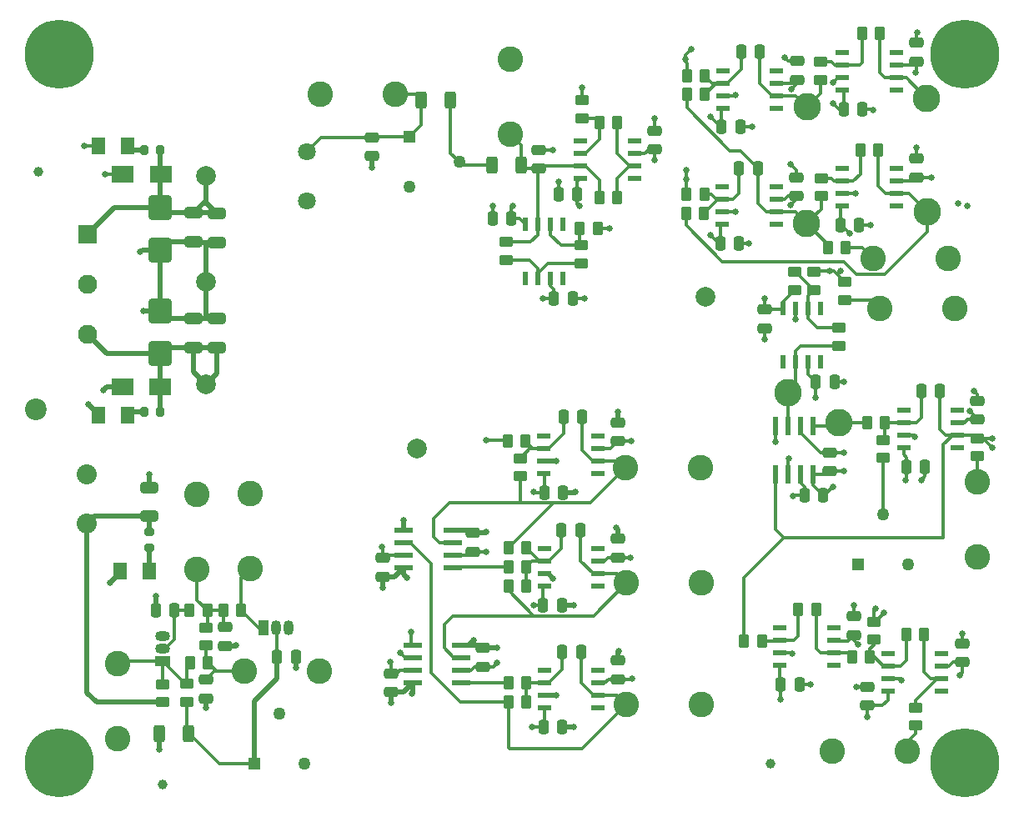
<source format=gtl>
%TF.GenerationSoftware,KiCad,Pcbnew,8.0.2*%
%TF.CreationDate,2024-06-23T14:40:44+03:00*%
%TF.ProjectId,Chaos Circuits,4368616f-7320-4436-9972-63756974732e,1*%
%TF.SameCoordinates,Original*%
%TF.FileFunction,Copper,L1,Top*%
%TF.FilePolarity,Positive*%
%FSLAX46Y46*%
G04 Gerber Fmt 4.6, Leading zero omitted, Abs format (unit mm)*
G04 Created by KiCad (PCBNEW 8.0.2) date 2024-06-23 14:40:44*
%MOMM*%
%LPD*%
G01*
G04 APERTURE LIST*
G04 Aperture macros list*
%AMRoundRect*
0 Rectangle with rounded corners*
0 $1 Rounding radius*
0 $2 $3 $4 $5 $6 $7 $8 $9 X,Y pos of 4 corners*
0 Add a 4 corners polygon primitive as box body*
4,1,4,$2,$3,$4,$5,$6,$7,$8,$9,$2,$3,0*
0 Add four circle primitives for the rounded corners*
1,1,$1+$1,$2,$3*
1,1,$1+$1,$4,$5*
1,1,$1+$1,$6,$7*
1,1,$1+$1,$8,$9*
0 Add four rect primitives between the rounded corners*
20,1,$1+$1,$2,$3,$4,$5,0*
20,1,$1+$1,$4,$5,$6,$7,0*
20,1,$1+$1,$6,$7,$8,$9,0*
20,1,$1+$1,$8,$9,$2,$3,0*%
G04 Aperture macros list end*
%TA.AperFunction,ComponentPad*%
%ADD10R,1.268000X1.268000*%
%TD*%
%TA.AperFunction,ComponentPad*%
%ADD11C,1.268000*%
%TD*%
%TA.AperFunction,SMDPad,CuDef*%
%ADD12R,1.460500X0.558800*%
%TD*%
%TA.AperFunction,SMDPad,CuDef*%
%ADD13R,0.558800X1.460500*%
%TD*%
%TA.AperFunction,ComponentPad*%
%ADD14C,2.032000*%
%TD*%
%TA.AperFunction,ComponentPad*%
%ADD15C,2.200000*%
%TD*%
%TA.AperFunction,SMDPad,CuDef*%
%ADD16R,0.558800X1.981200*%
%TD*%
%TA.AperFunction,ComponentPad*%
%ADD17C,2.800000*%
%TD*%
%TA.AperFunction,ComponentPad*%
%ADD18C,2.600000*%
%TD*%
%TA.AperFunction,SMDPad,CuDef*%
%ADD19RoundRect,0.250000X-0.450000X0.262500X-0.450000X-0.262500X0.450000X-0.262500X0.450000X0.262500X0*%
%TD*%
%TA.AperFunction,SMDPad,CuDef*%
%ADD20RoundRect,0.250000X-0.262500X-0.450000X0.262500X-0.450000X0.262500X0.450000X-0.262500X0.450000X0*%
%TD*%
%TA.AperFunction,SMDPad,CuDef*%
%ADD21RoundRect,0.250000X0.450000X-0.262500X0.450000X0.262500X-0.450000X0.262500X-0.450000X-0.262500X0*%
%TD*%
%TA.AperFunction,SMDPad,CuDef*%
%ADD22RoundRect,0.250000X0.262500X0.450000X-0.262500X0.450000X-0.262500X-0.450000X0.262500X-0.450000X0*%
%TD*%
%TA.AperFunction,SMDPad,CuDef*%
%ADD23RoundRect,0.250000X-0.312500X-0.625000X0.312500X-0.625000X0.312500X0.625000X-0.312500X0.625000X0*%
%TD*%
%TA.AperFunction,ComponentPad*%
%ADD24R,1.050000X1.500000*%
%TD*%
%TA.AperFunction,ComponentPad*%
%ADD25O,1.050000X1.500000*%
%TD*%
%TA.AperFunction,ComponentPad*%
%ADD26R,1.500000X1.050000*%
%TD*%
%TA.AperFunction,ComponentPad*%
%ADD27O,1.500000X1.050000*%
%TD*%
%TA.AperFunction,SMDPad,CuDef*%
%ADD28RoundRect,0.250000X0.475000X-0.250000X0.475000X0.250000X-0.475000X0.250000X-0.475000X-0.250000X0*%
%TD*%
%TA.AperFunction,SMDPad,CuDef*%
%ADD29RoundRect,0.250000X-0.250000X-0.475000X0.250000X-0.475000X0.250000X0.475000X-0.250000X0.475000X0*%
%TD*%
%TA.AperFunction,SMDPad,CuDef*%
%ADD30RoundRect,0.250000X-0.475000X0.250000X-0.475000X-0.250000X0.475000X-0.250000X0.475000X0.250000X0*%
%TD*%
%TA.AperFunction,SMDPad,CuDef*%
%ADD31RoundRect,0.250000X0.250000X0.475000X-0.250000X0.475000X-0.250000X-0.475000X0.250000X-0.475000X0*%
%TD*%
%TA.AperFunction,SMDPad,CuDef*%
%ADD32RoundRect,0.200000X-0.200000X-0.275000X0.200000X-0.275000X0.200000X0.275000X-0.200000X0.275000X0*%
%TD*%
%TA.AperFunction,SMDPad,CuDef*%
%ADD33C,1.000000*%
%TD*%
%TA.AperFunction,SMDPad,CuDef*%
%ADD34RoundRect,0.200000X-0.275000X0.200000X-0.275000X-0.200000X0.275000X-0.200000X0.275000X0.200000X0*%
%TD*%
%TA.AperFunction,ComponentPad*%
%ADD35C,2.000000*%
%TD*%
%TA.AperFunction,SMDPad,CuDef*%
%ADD36RoundRect,0.250000X0.900000X-1.000000X0.900000X1.000000X-0.900000X1.000000X-0.900000X-1.000000X0*%
%TD*%
%TA.AperFunction,SMDPad,CuDef*%
%ADD37R,2.209800X1.701800*%
%TD*%
%TA.AperFunction,ComponentPad*%
%ADD38C,3.900000*%
%TD*%
%TA.AperFunction,ConnectorPad*%
%ADD39C,7.000000*%
%TD*%
%TA.AperFunction,SMDPad,CuDef*%
%ADD40R,1.981200X0.558800*%
%TD*%
%TA.AperFunction,SMDPad,CuDef*%
%ADD41RoundRect,0.250000X-0.650000X0.325000X-0.650000X-0.325000X0.650000X-0.325000X0.650000X0.325000X0*%
%TD*%
%TA.AperFunction,SMDPad,CuDef*%
%ADD42RoundRect,0.250000X0.650000X-0.325000X0.650000X0.325000X-0.650000X0.325000X-0.650000X-0.325000X0*%
%TD*%
%TA.AperFunction,SMDPad,CuDef*%
%ADD43RoundRect,0.200000X0.200000X0.275000X-0.200000X0.275000X-0.200000X-0.275000X0.200000X-0.275000X0*%
%TD*%
%TA.AperFunction,SMDPad,CuDef*%
%ADD44RoundRect,0.250001X0.462499X0.624999X-0.462499X0.624999X-0.462499X-0.624999X0.462499X-0.624999X0*%
%TD*%
%TA.AperFunction,ComponentPad*%
%ADD45C,1.800000*%
%TD*%
%TA.AperFunction,ComponentPad*%
%ADD46R,1.950000X1.950000*%
%TD*%
%TA.AperFunction,ComponentPad*%
%ADD47C,1.950000*%
%TD*%
%TA.AperFunction,SMDPad,CuDef*%
%ADD48RoundRect,0.250001X-0.462499X-0.624999X0.462499X-0.624999X0.462499X0.624999X-0.462499X0.624999X0*%
%TD*%
%TA.AperFunction,ViaPad*%
%ADD49C,0.635000*%
%TD*%
%TA.AperFunction,Conductor*%
%ADD50C,0.304800*%
%TD*%
%TA.AperFunction,Conductor*%
%ADD51C,0.508000*%
%TD*%
G04 APERTURE END LIST*
D10*
%TO.P,R4,1*%
%TO.N,Net-(C6-Pad1)*%
X65665000Y-36720000D03*
D11*
%TO.P,R4,2*%
%TO.N,Net-(R4-Pad2)*%
X70745000Y-39260000D03*
%TO.P,R4,3*%
%TO.N,unconnected-(R4-Pad3)*%
X65665000Y-41800000D03*
%TD*%
D12*
%TO.P,U16,1*%
%TO.N,N/C*%
X114295850Y-89155000D03*
%TO.P,U16,2,-*%
%TO.N,Net-(U16--)*%
X114295850Y-90425000D03*
%TO.P,U16,3,+*%
%TO.N,GND*%
X114295850Y-91695000D03*
%TO.P,U16,4,V-*%
%TO.N,VIN-*%
X114295850Y-92965000D03*
%TO.P,U16,5*%
%TO.N,N/C*%
X119744150Y-92965000D03*
%TO.P,U16,6*%
%TO.N,/V_Rossler*%
X119744150Y-91695000D03*
%TO.P,U16,7,V+*%
%TO.N,VIN+*%
X119744150Y-90425000D03*
%TO.P,U16,8,NC*%
%TO.N,unconnected-(U16-NC-Pad8)*%
X119744150Y-89155000D03*
%TD*%
%TO.P,U15,1*%
%TO.N,N/C*%
X103325850Y-86595000D03*
%TO.P,U15,2,-*%
%TO.N,Net-(U15--)*%
X103325850Y-87865000D03*
%TO.P,U15,3,+*%
%TO.N,GND*%
X103325850Y-89135000D03*
%TO.P,U15,4,V-*%
%TO.N,VIN-*%
X103325850Y-90405000D03*
%TO.P,U15,5*%
%TO.N,N/C*%
X108774150Y-90405000D03*
%TO.P,U15,6*%
%TO.N,Net-(R43-Pad1)*%
X108774150Y-89135000D03*
%TO.P,U15,7,V+*%
%TO.N,VIN+*%
X108774150Y-87865000D03*
%TO.P,U15,8,NC*%
%TO.N,unconnected-(U15-NC-Pad8)*%
X108774150Y-86595000D03*
%TD*%
%TO.P,U14,1*%
%TO.N,N/C*%
X115865850Y-64455000D03*
%TO.P,U14,2,-*%
%TO.N,Net-(U14--)*%
X115865850Y-65725000D03*
%TO.P,U14,3,+*%
%TO.N,GND*%
X115865850Y-66995000D03*
%TO.P,U14,4,V-*%
%TO.N,VIN-*%
X115865850Y-68265000D03*
%TO.P,U14,5*%
%TO.N,N/C*%
X121314150Y-68265000D03*
%TO.P,U14,6*%
%TO.N,/Z_Rossler*%
X121314150Y-66995000D03*
%TO.P,U14,7,V+*%
%TO.N,VIN+*%
X121314150Y-65725000D03*
%TO.P,U14,8,NC*%
%TO.N,unconnected-(U14-NC-Pad8)*%
X121314150Y-64455000D03*
%TD*%
D13*
%TO.P,U12,1*%
%TO.N,N/C*%
X107450000Y-54110000D03*
%TO.P,U12,2,-*%
%TO.N,Net-(U12--)*%
X106180001Y-54110000D03*
%TO.P,U12,3,+*%
%TO.N,GND*%
X104910001Y-54110000D03*
%TO.P,U12,4,V-*%
%TO.N,VIN-*%
X103640002Y-54110000D03*
%TO.P,U12,5*%
%TO.N,N/C*%
X103640002Y-59558300D03*
%TO.P,U12,6*%
%TO.N,Net-(U13-X1)*%
X104910001Y-59558300D03*
%TO.P,U12,7,V+*%
%TO.N,VIN+*%
X106180001Y-59558300D03*
%TO.P,U12,8,NC*%
%TO.N,unconnected-(U12-NC-Pad8)*%
X107450000Y-59558300D03*
%TD*%
D12*
%TO.P,U11,1*%
%TO.N,N/C*%
X109675850Y-39910000D03*
%TO.P,U11,2,-*%
%TO.N,Net-(U11--)*%
X109675850Y-41180000D03*
%TO.P,U11,3,+*%
%TO.N,GND*%
X109675850Y-42450000D03*
%TO.P,U11,4,V-*%
%TO.N,VIN-*%
X109675850Y-43720000D03*
%TO.P,U11,5*%
%TO.N,N/C*%
X115124150Y-43720000D03*
%TO.P,U11,6*%
%TO.N,/-Y_Rossler*%
X115124150Y-42450000D03*
%TO.P,U11,7,V+*%
%TO.N,VIN+*%
X115124150Y-41180000D03*
%TO.P,U11,8,NC*%
%TO.N,unconnected-(U11-NC-Pad8)*%
X115124150Y-39910000D03*
%TD*%
%TO.P,U10,1*%
%TO.N,N/C*%
X97475850Y-41805000D03*
%TO.P,U10,2,-*%
%TO.N,Net-(U10--)*%
X97475850Y-43075000D03*
%TO.P,U10,3,+*%
%TO.N,GND*%
X97475850Y-44345000D03*
%TO.P,U10,4,V-*%
%TO.N,VIN-*%
X97475850Y-45615000D03*
%TO.P,U10,5*%
%TO.N,N/C*%
X102924150Y-45615000D03*
%TO.P,U10,6*%
%TO.N,/Y_Rossler*%
X102924150Y-44345000D03*
%TO.P,U10,7,V+*%
%TO.N,VIN+*%
X102924150Y-43075000D03*
%TO.P,U10,8,NC*%
%TO.N,unconnected-(U10-NC-Pad8)*%
X102924150Y-41805000D03*
%TD*%
%TO.P,U9,1*%
%TO.N,N/C*%
X109675850Y-28145000D03*
%TO.P,U9,2,-*%
%TO.N,Net-(U9--)*%
X109675850Y-29415000D03*
%TO.P,U9,3,+*%
%TO.N,GND*%
X109675850Y-30685000D03*
%TO.P,U9,4,V-*%
%TO.N,VIN-*%
X109675850Y-31955000D03*
%TO.P,U9,5*%
%TO.N,N/C*%
X115124150Y-31955000D03*
%TO.P,U9,6*%
%TO.N,/-X_Rossler*%
X115124150Y-30685000D03*
%TO.P,U9,7,V+*%
%TO.N,VIN+*%
X115124150Y-29415000D03*
%TO.P,U9,8,NC*%
%TO.N,unconnected-(U9-NC-Pad8)*%
X115124150Y-28145000D03*
%TD*%
%TO.P,U8,1*%
%TO.N,N/C*%
X97531700Y-29960000D03*
%TO.P,U8,2,-*%
%TO.N,Net-(U8--)*%
X97531700Y-31230000D03*
%TO.P,U8,3,+*%
%TO.N,GND*%
X97531700Y-32500000D03*
%TO.P,U8,4,V-*%
%TO.N,VIN-*%
X97531700Y-33770000D03*
%TO.P,U8,5*%
%TO.N,N/C*%
X102980000Y-33770000D03*
%TO.P,U8,6*%
%TO.N,/X_Rossler*%
X102980000Y-32500000D03*
%TO.P,U8,7,V+*%
%TO.N,VIN+*%
X102980000Y-31230000D03*
%TO.P,U8,8,NC*%
%TO.N,unconnected-(U8-NC-Pad8)*%
X102980000Y-29960000D03*
%TD*%
D14*
%TO.P,J2,1,1*%
%TO.N,GND*%
X32969999Y-70936599D03*
%TO.P,J2,2,2*%
%TO.N,/5V*%
X32969999Y-75936599D03*
%TD*%
D12*
%TO.P,U5,1*%
%TO.N,N/C*%
X79396700Y-90895000D03*
%TO.P,U5,2,-*%
%TO.N,Net-(U5--)*%
X79396700Y-92165000D03*
%TO.P,U5,3,+*%
%TO.N,GND*%
X79396700Y-93435000D03*
%TO.P,U5,4,V-*%
%TO.N,VIN-*%
X79396700Y-94705000D03*
%TO.P,U5,5*%
%TO.N,N/C*%
X84845000Y-94705000D03*
%TO.P,U5,6*%
%TO.N,/Z*%
X84845000Y-93435000D03*
%TO.P,U5,7,V+*%
%TO.N,VIN+*%
X84845000Y-92165000D03*
%TO.P,U5,8,NC*%
%TO.N,unconnected-(U5-NC-Pad8)*%
X84845000Y-90895000D03*
%TD*%
%TO.P,U3,1*%
%TO.N,N/C*%
X79396700Y-78550000D03*
%TO.P,U3,2,-*%
%TO.N,Net-(U3--)*%
X79396700Y-79820000D03*
%TO.P,U3,3,+*%
%TO.N,GND*%
X79396700Y-81090000D03*
%TO.P,U3,4,V-*%
%TO.N,VIN-*%
X79396700Y-82360000D03*
%TO.P,U3,5*%
%TO.N,N/C*%
X84845000Y-82360000D03*
%TO.P,U3,6*%
%TO.N,/-Y*%
X84845000Y-81090000D03*
%TO.P,U3,7,V+*%
%TO.N,VIN+*%
X84845000Y-79820000D03*
%TO.P,U3,8,NC*%
%TO.N,unconnected-(U3-NC-Pad8)*%
X84845000Y-78550000D03*
%TD*%
%TO.P,U4,1*%
%TO.N,N/C*%
X79346700Y-67090000D03*
%TO.P,U4,2,-*%
%TO.N,Net-(U4--)*%
X79346700Y-68360000D03*
%TO.P,U4,3,+*%
%TO.N,GND*%
X79346700Y-69630000D03*
%TO.P,U4,4,V-*%
%TO.N,VIN-*%
X79346700Y-70900000D03*
%TO.P,U4,5*%
%TO.N,N/C*%
X84795000Y-70900000D03*
%TO.P,U4,6*%
%TO.N,/X*%
X84795000Y-69630000D03*
%TO.P,U4,7,V+*%
%TO.N,VIN+*%
X84795000Y-68360000D03*
%TO.P,U4,8,NC*%
%TO.N,unconnected-(U4-NC-Pad8)*%
X84795000Y-67090000D03*
%TD*%
D13*
%TO.P,U2,8,NC*%
%TO.N,unconnected-(U2-NC-Pad8)*%
X81274999Y-51059150D03*
%TO.P,U2,7,V+*%
%TO.N,VIN+*%
X80005000Y-51059150D03*
%TO.P,U2,6*%
%TO.N,Net-(R10-Pad2)*%
X78735000Y-51059150D03*
%TO.P,U2,5*%
%TO.N,N/C*%
X77465001Y-51059150D03*
%TO.P,U2,4,V-*%
%TO.N,VIN-*%
X77465001Y-45610850D03*
%TO.P,U2,3,+*%
%TO.N,Net-(U1-+)*%
X78735000Y-45610850D03*
%TO.P,U2,2,-*%
%TO.N,Net-(U2--)*%
X80005000Y-45610850D03*
%TO.P,U2,1*%
%TO.N,N/C*%
X81274999Y-45610850D03*
%TD*%
D12*
%TO.P,U1,1*%
%TO.N,N/C*%
X83071700Y-37125000D03*
%TO.P,U1,2,-*%
%TO.N,Net-(U1--)*%
X83071700Y-38395000D03*
%TO.P,U1,3,+*%
%TO.N,Net-(U1-+)*%
X83071700Y-39665000D03*
%TO.P,U1,4,V-*%
%TO.N,VIN-*%
X83071700Y-40935000D03*
%TO.P,U1,5*%
%TO.N,N/C*%
X88520000Y-40935000D03*
%TO.P,U1,6*%
%TO.N,Net-(R11-Pad2)*%
X88520000Y-39665000D03*
%TO.P,U1,7,V+*%
%TO.N,VIN+*%
X88520000Y-38395000D03*
%TO.P,U1,8,NC*%
%TO.N,unconnected-(U1-NC-Pad8)*%
X88520000Y-37125000D03*
%TD*%
D15*
%TO.P,TP1,1,1*%
%TO.N,GND*%
X27757000Y-64400000D03*
%TD*%
D16*
%TO.P,U13,1,Y1*%
%TO.N,/Z_Rossler*%
X102885000Y-70963800D03*
%TO.P,U13,2,Y2*%
%TO.N,GND*%
X104155000Y-70963800D03*
%TO.P,U13,3,-VS*%
%TO.N,VIN-*%
X105425000Y-70963800D03*
%TO.P,U13,4,Z*%
%TO.N,GND*%
X106695000Y-70963800D03*
%TO.P,U13,5,W*%
%TO.N,Net-(U13-W)*%
X106695000Y-66036200D03*
%TO.P,U13,6,+VS*%
%TO.N,VIN+*%
X105425000Y-66036200D03*
%TO.P,U13,7,X1*%
%TO.N,Net-(U13-X1)*%
X104155000Y-66036200D03*
%TO.P,U13,8,X2*%
%TO.N,GND*%
X102885000Y-66036200D03*
%TD*%
D17*
%TO.P,TP27,1,1*%
%TO.N,Net-(U13-W)*%
X109300000Y-65720000D03*
%TD*%
%TO.P,TP25,1,1*%
%TO.N,Net-(U13-X1)*%
X104150000Y-62650000D03*
%TD*%
%TO.P,TP23,1,1*%
%TO.N,/-Y_Rossler*%
X118250000Y-44290000D03*
%TD*%
%TO.P,TP22,1,1*%
%TO.N,/-X_Rossler*%
X118220000Y-32790000D03*
%TD*%
%TO.P,TP21,1,1*%
%TO.N,/Y_Rossler*%
X106010000Y-45500000D03*
%TD*%
%TO.P,TP20,1,1*%
%TO.N,/X_Rossler*%
X106070000Y-33680000D03*
%TD*%
D18*
%TO.P,TP19,1,1*%
%TO.N,GND*%
X108600000Y-99110000D03*
%TO.N,Net-(R50-Pad2)*%
X116220000Y-99110000D03*
%TD*%
%TO.P,TP18,1,1*%
%TO.N,GND*%
X123380000Y-79380000D03*
%TO.N,Net-(R49-Pad2)*%
X123380000Y-71760000D03*
%TD*%
%TO.P,TP17,1,1*%
%TO.N,Net-(R48-Pad2)*%
X112730000Y-49020000D03*
%TO.N,GND*%
X120350000Y-49020000D03*
%TD*%
%TO.P,TP16,1,1*%
%TO.N,Net-(R47-Pad2)*%
X113440000Y-54150000D03*
%TO.N,GND*%
X121060000Y-54150000D03*
%TD*%
%TO.P,TP15,1,1*%
%TO.N,Net-(Q2-C)*%
X49547500Y-80515000D03*
%TO.N,GND*%
X49547500Y-72895000D03*
%TD*%
%TO.P,TP14,1,1*%
%TO.N,Net-(C26-Pad1)*%
X44127500Y-80600000D03*
%TO.N,GND*%
X44127500Y-72980000D03*
%TD*%
%TO.P,TP13,1,1*%
%TO.N,Net-(C25-Pad1)*%
X48897500Y-90960000D03*
%TO.N,GND*%
X56517500Y-90960000D03*
%TD*%
%TO.P,TP12,1,1*%
%TO.N,Net-(Q1-C)*%
X36072500Y-90229999D03*
%TO.N,GND*%
X36072500Y-97849999D03*
%TD*%
D19*
%TO.P,R50,1*%
%TO.N,/V_Rossler*%
X117070000Y-94667500D03*
%TO.P,R50,2*%
%TO.N,Net-(R50-Pad2)*%
X117070000Y-96492500D03*
%TD*%
%TO.P,R49,1*%
%TO.N,/Z_Rossler*%
X123380000Y-67317500D03*
%TO.P,R49,2*%
%TO.N,Net-(R49-Pad2)*%
X123380000Y-69142500D03*
%TD*%
D20*
%TO.P,R48,1*%
%TO.N,/Y_Rossler*%
X108157500Y-47990000D03*
%TO.P,R48,2*%
%TO.N,Net-(R48-Pad2)*%
X109982500Y-47990000D03*
%TD*%
D19*
%TO.P,R47,1*%
%TO.N,/X_Rossler*%
X109900000Y-51417500D03*
%TO.P,R47,2*%
%TO.N,Net-(R47-Pad2)*%
X109900000Y-53242500D03*
%TD*%
D20*
%TO.P,R46,1*%
%TO.N,Net-(U16--)*%
X116117500Y-87250000D03*
%TO.P,R46,2*%
%TO.N,/V_Rossler*%
X117942500Y-87250000D03*
%TD*%
D19*
%TO.P,R45,1*%
%TO.N,/-X_Rossler*%
X112850000Y-85937500D03*
%TO.P,R45,2*%
%TO.N,Net-(U16--)*%
X112850000Y-87762500D03*
%TD*%
D20*
%TO.P,R44,1*%
%TO.N,Net-(U15--)*%
X105157500Y-84700000D03*
%TO.P,R44,2*%
%TO.N,Net-(R43-Pad1)*%
X106982500Y-84700000D03*
%TD*%
%TO.P,R43,1*%
%TO.N,Net-(R43-Pad1)*%
X110617500Y-89530000D03*
%TO.P,R43,2*%
%TO.N,Net-(U16--)*%
X112442500Y-89530000D03*
%TD*%
%TO.P,R42,1*%
%TO.N,/Z_Rossler*%
X99657500Y-87870000D03*
%TO.P,R42,2*%
%TO.N,Net-(U15--)*%
X101482500Y-87870000D03*
%TD*%
D10*
%TO.P,R41,1*%
%TO.N,VIN+*%
X111230000Y-80080000D03*
D11*
%TO.P,R41,2*%
%TO.N,Net-(R40-Pad1)*%
X113770000Y-75000000D03*
%TO.P,R41,3*%
%TO.N,VIN-*%
X116310000Y-80080000D03*
%TD*%
D21*
%TO.P,R40,1*%
%TO.N,Net-(R40-Pad1)*%
X113790000Y-69302500D03*
%TO.P,R40,2*%
%TO.N,Net-(U14--)*%
X113790000Y-67477500D03*
%TD*%
D20*
%TO.P,R39,1*%
%TO.N,Net-(U13-W)*%
X112167500Y-65720000D03*
%TO.P,R39,2*%
%TO.N,Net-(U14--)*%
X113992500Y-65720000D03*
%TD*%
D19*
%TO.P,R38,1*%
%TO.N,Net-(U12--)*%
X109310000Y-56077500D03*
%TO.P,R38,2*%
%TO.N,Net-(U13-X1)*%
X109310000Y-57902500D03*
%TD*%
D21*
%TO.P,R37,1*%
%TO.N,VIN-*%
X104800000Y-52252500D03*
%TO.P,R37,2*%
%TO.N,Net-(U12--)*%
X104800000Y-50427500D03*
%TD*%
D19*
%TO.P,R36,1*%
%TO.N,/X_Rossler*%
X106740000Y-50437500D03*
%TO.P,R36,2*%
%TO.N,Net-(U12--)*%
X106740000Y-52262500D03*
%TD*%
D20*
%TO.P,R35,1*%
%TO.N,Net-(U11--)*%
X111477500Y-38030000D03*
%TO.P,R35,2*%
%TO.N,/-Y_Rossler*%
X113302500Y-38030000D03*
%TD*%
D21*
%TO.P,R34,1*%
%TO.N,/Y_Rossler*%
X107490000Y-42735000D03*
%TO.P,R34,2*%
%TO.N,Net-(U11--)*%
X107490000Y-40910000D03*
%TD*%
D20*
%TO.P,R33,1*%
%TO.N,/-Y_Rossler*%
X93797500Y-44480000D03*
%TO.P,R33,2*%
%TO.N,Net-(U10--)*%
X95622500Y-44480000D03*
%TD*%
%TO.P,R32,1*%
%TO.N,/-X_Rossler*%
X93805000Y-42540000D03*
%TO.P,R32,2*%
%TO.N,Net-(U10--)*%
X95630000Y-42540000D03*
%TD*%
D21*
%TO.P,R31,1*%
%TO.N,/X_Rossler*%
X107470000Y-30922500D03*
%TO.P,R31,2*%
%TO.N,Net-(U9--)*%
X107470000Y-29097500D03*
%TD*%
D20*
%TO.P,R30,1*%
%TO.N,Net-(U9--)*%
X111627500Y-26230000D03*
%TO.P,R30,2*%
%TO.N,/-X_Rossler*%
X113452500Y-26230000D03*
%TD*%
%TO.P,R29,1*%
%TO.N,/Y_Rossler*%
X93857500Y-32410000D03*
%TO.P,R29,2*%
%TO.N,Net-(U8--)*%
X95682500Y-32410000D03*
%TD*%
%TO.P,R28,1*%
%TO.N,/Z_Rossler*%
X93867500Y-30480000D03*
%TO.P,R28,2*%
%TO.N,Net-(U8--)*%
X95692500Y-30480000D03*
%TD*%
D22*
%TO.P,R27,1*%
%TO.N,Net-(Q2-C)*%
X48622500Y-84740000D03*
%TO.P,R27,2*%
%TO.N,Net-(C26-Pad1)*%
X46797500Y-84740000D03*
%TD*%
D23*
%TO.P,R26,1*%
%TO.N,GND*%
X40335000Y-97315000D03*
%TO.P,R26,2*%
%TO.N,Net-(Q2-B)*%
X43260000Y-97315000D03*
%TD*%
D10*
%TO.P,R25,1*%
%TO.N,Net-(Q2-B)*%
X49932500Y-100360000D03*
D11*
%TO.P,R25,2*%
%TO.N,GND*%
X52472500Y-95280000D03*
%TO.P,R25,3*%
%TO.N,unconnected-(R25-Pad3)*%
X55012500Y-100360000D03*
%TD*%
D21*
%TO.P,R24,1*%
%TO.N,Net-(Q2-B)*%
X43060001Y-94052500D03*
%TO.P,R24,2*%
%TO.N,Net-(Q1-C)*%
X43060001Y-92227500D03*
%TD*%
D22*
%TO.P,R23,1*%
%TO.N,Net-(C26-Pad1)*%
X45197500Y-84790000D03*
%TO.P,R23,2*%
%TO.N,Net-(Q1-B)*%
X43372500Y-84790000D03*
%TD*%
D21*
%TO.P,R22,1*%
%TO.N,Net-(C25-Pad1)*%
X45060000Y-88340000D03*
%TO.P,R22,2*%
%TO.N,Net-(C26-Pad1)*%
X45060000Y-86515000D03*
%TD*%
D20*
%TO.P,R21,1*%
%TO.N,Net-(Q1-C)*%
X43422500Y-90090000D03*
%TO.P,R21,2*%
%TO.N,Net-(C25-Pad1)*%
X45247500Y-90090000D03*
%TD*%
D21*
%TO.P,R20,1*%
%TO.N,/5V*%
X40635000Y-94102500D03*
%TO.P,R20,2*%
%TO.N,Net-(Q1-C)*%
X40635000Y-92277500D03*
%TD*%
D24*
%TO.P,Q2,1,C*%
%TO.N,Net-(Q2-C)*%
X50872500Y-86515000D03*
D25*
%TO.P,Q2,2,B*%
%TO.N,Net-(Q2-B)*%
X52142501Y-86515000D03*
%TO.P,Q2,3,E*%
%TO.N,GND*%
X53412500Y-86515000D03*
%TD*%
D26*
%TO.P,Q1,1,C*%
%TO.N,Net-(Q1-C)*%
X40635000Y-89980000D03*
D27*
%TO.P,Q1,2,B*%
%TO.N,Net-(Q1-B)*%
X40635000Y-88709999D03*
%TO.P,Q1,3,E*%
%TO.N,GND*%
X40635000Y-87440000D03*
%TD*%
D28*
%TO.P,C49,1*%
%TO.N,VIN-*%
X112210000Y-94469999D03*
%TO.P,C49,2*%
%TO.N,GND*%
X112210000Y-92570001D03*
%TD*%
%TO.P,C48,1*%
%TO.N,VIN+*%
X121810000Y-90039999D03*
%TO.P,C48,2*%
%TO.N,GND*%
X121810000Y-88140001D03*
%TD*%
D29*
%TO.P,C47,1*%
%TO.N,VIN-*%
X103410000Y-92320000D03*
%TO.P,C47,2*%
%TO.N,GND*%
X105310000Y-92320000D03*
%TD*%
D28*
%TO.P,C46,1*%
%TO.N,VIN+*%
X110830000Y-87279999D03*
%TO.P,C46,2*%
%TO.N,GND*%
X110830000Y-85380001D03*
%TD*%
D29*
%TO.P,C45,1*%
%TO.N,VIN-*%
X116130000Y-70180000D03*
%TO.P,C45,2*%
%TO.N,GND*%
X118030000Y-70180000D03*
%TD*%
D28*
%TO.P,C44,1*%
%TO.N,VIN+*%
X123370000Y-65429998D03*
%TO.P,C44,2*%
%TO.N,GND*%
X123370000Y-63530000D03*
%TD*%
D29*
%TO.P,C43,1*%
%TO.N,Net-(U14--)*%
X117640000Y-62530000D03*
%TO.P,C43,2*%
%TO.N,/Z_Rossler*%
X119540000Y-62530000D03*
%TD*%
%TO.P,C42,1*%
%TO.N,VIN-*%
X105820000Y-73130000D03*
%TO.P,C42,2*%
%TO.N,GND*%
X107720000Y-73130000D03*
%TD*%
D30*
%TO.P,C41,1*%
%TO.N,VIN-*%
X101730000Y-54230001D03*
%TO.P,C41,2*%
%TO.N,GND*%
X101730000Y-56129999D03*
%TD*%
D29*
%TO.P,C40,1*%
%TO.N,VIN+*%
X106950000Y-61610000D03*
%TO.P,C40,2*%
%TO.N,GND*%
X108850000Y-61610000D03*
%TD*%
D30*
%TO.P,C39,1*%
%TO.N,VIN+*%
X108350000Y-68770001D03*
%TO.P,C39,2*%
%TO.N,GND*%
X108350000Y-70669999D03*
%TD*%
D29*
%TO.P,C38,1*%
%TO.N,VIN-*%
X109460000Y-45630000D03*
%TO.P,C38,2*%
%TO.N,GND*%
X111360000Y-45630000D03*
%TD*%
D28*
%TO.P,C37,1*%
%TO.N,VIN+*%
X117200000Y-40809999D03*
%TO.P,C37,2*%
%TO.N,GND*%
X117200000Y-38910001D03*
%TD*%
D29*
%TO.P,C36,1*%
%TO.N,VIN-*%
X97240001Y-47540000D03*
%TO.P,C36,2*%
%TO.N,GND*%
X99139999Y-47540000D03*
%TD*%
D28*
%TO.P,C35,1*%
%TO.N,VIN+*%
X105000000Y-42729999D03*
%TO.P,C35,2*%
%TO.N,GND*%
X105000000Y-40830001D03*
%TD*%
D29*
%TO.P,C34,1*%
%TO.N,VIN-*%
X109790000Y-33890000D03*
%TO.P,C34,2*%
%TO.N,GND*%
X111690000Y-33890000D03*
%TD*%
D28*
%TO.P,C33,1*%
%TO.N,VIN+*%
X117180000Y-29049999D03*
%TO.P,C33,2*%
%TO.N,GND*%
X117180000Y-27150001D03*
%TD*%
D29*
%TO.P,C32,1*%
%TO.N,Net-(U10--)*%
X99180000Y-39890000D03*
%TO.P,C32,2*%
%TO.N,/Y_Rossler*%
X101080000Y-39890000D03*
%TD*%
%TO.P,C31,1*%
%TO.N,VIN-*%
X97380000Y-35700000D03*
%TO.P,C31,2*%
%TO.N,GND*%
X99280000Y-35700000D03*
%TD*%
D28*
%TO.P,C30,1*%
%TO.N,VIN+*%
X105050000Y-30889999D03*
%TO.P,C30,2*%
%TO.N,GND*%
X105050000Y-28990001D03*
%TD*%
D29*
%TO.P,C29,1*%
%TO.N,Net-(U8--)*%
X99370000Y-28030000D03*
%TO.P,C29,2*%
%TO.N,/X_Rossler*%
X101270000Y-28030000D03*
%TD*%
%TO.P,C28,1*%
%TO.N,Net-(Q2-B)*%
X52247501Y-89540000D03*
%TO.P,C28,2*%
%TO.N,GND*%
X54147499Y-89540000D03*
%TD*%
D31*
%TO.P,C27,1*%
%TO.N,Net-(Q1-B)*%
X41834999Y-84740000D03*
%TO.P,C27,2*%
%TO.N,GND*%
X39935001Y-84740000D03*
%TD*%
D30*
%TO.P,C26,1*%
%TO.N,Net-(C26-Pad1)*%
X47010000Y-86490001D03*
%TO.P,C26,2*%
%TO.N,GND*%
X47010000Y-88389999D03*
%TD*%
%TO.P,C25,1*%
%TO.N,Net-(C25-Pad1)*%
X45035000Y-91815002D03*
%TO.P,C25,2*%
%TO.N,GND*%
X45035000Y-93715000D03*
%TD*%
D28*
%TO.P,C8,1*%
%TO.N,VIN+*%
X90595000Y-37959998D03*
%TO.P,C8,2*%
%TO.N,GND*%
X90595000Y-36060000D03*
%TD*%
D32*
%TO.P,R1,1*%
%TO.N,Net-(D5-K)*%
X38750000Y-64600000D03*
%TO.P,R1,2*%
%TO.N,VIN-*%
X40400000Y-64600000D03*
%TD*%
D33*
%TO.P,FID1,*%
%TO.N,*%
X28040000Y-40280000D03*
%TD*%
D29*
%TO.P,C15,2*%
%TO.N,GND*%
X81170000Y-84250000D03*
%TO.P,C15,1*%
%TO.N,VIN-*%
X79270000Y-84250000D03*
%TD*%
D34*
%TO.P,R3,1*%
%TO.N,/5V*%
X39270000Y-76795000D03*
%TO.P,R3,2*%
%TO.N,Net-(D8-A)*%
X39270000Y-78445000D03*
%TD*%
D29*
%TO.P,C10,1*%
%TO.N,VIN+*%
X80370000Y-53110000D03*
%TO.P,C10,2*%
%TO.N,GND*%
X82270000Y-53110000D03*
%TD*%
D35*
%TO.P,TP3,1,1*%
%TO.N,GND*%
X95750000Y-52970000D03*
%TD*%
D23*
%TO.P,R6,1*%
%TO.N,Net-(C6-Pad1)*%
X66915000Y-33000000D03*
%TO.P,R6,2*%
%TO.N,Net-(R4-Pad2)*%
X69840000Y-33000000D03*
%TD*%
D28*
%TO.P,C23,1*%
%TO.N,VIN+*%
X73120000Y-90524999D03*
%TO.P,C23,2*%
%TO.N,GND*%
X73120000Y-88625001D03*
%TD*%
D20*
%TO.P,R7,1*%
%TO.N,Net-(U1-+)*%
X84970000Y-42835000D03*
%TO.P,R7,2*%
%TO.N,Net-(R11-Pad2)*%
X86795000Y-42835000D03*
%TD*%
D29*
%TO.P,C17,1*%
%TO.N,VIN-*%
X79370000Y-72800000D03*
%TO.P,C17,2*%
%TO.N,GND*%
X81270000Y-72800000D03*
%TD*%
D36*
%TO.P,D2,1,A1*%
%TO.N,GND*%
X40400000Y-48200002D03*
%TO.P,D2,2,A2*%
%TO.N,VIN+*%
X40400000Y-43900000D03*
%TD*%
D22*
%TO.P,R9,1*%
%TO.N,GND*%
X84820000Y-45985000D03*
%TO.P,R9,2*%
%TO.N,Net-(U2--)*%
X82995000Y-45985000D03*
%TD*%
D35*
%TO.P,TP5,1,1*%
%TO.N,VIN-*%
X45000000Y-61800000D03*
%TD*%
D28*
%TO.P,C19,1*%
%TO.N,VIN+*%
X86895000Y-91775000D03*
%TO.P,C19,2*%
%TO.N,GND*%
X86895000Y-89875002D03*
%TD*%
D37*
%TO.P,D3,1,K*%
%TO.N,GND*%
X36539200Y-62100000D03*
%TO.P,D3,2,A*%
%TO.N,VIN-*%
X40400000Y-62100000D03*
%TD*%
D35*
%TO.P,TP4,1,1*%
%TO.N,GND*%
X66470000Y-68380000D03*
%TD*%
D38*
%TO.P,H4,1*%
%TO.N,N/C*%
X30100000Y-100300000D03*
D39*
X30100000Y-100300000D03*
%TD*%
D23*
%TO.P,R5,1*%
%TO.N,Net-(R4-Pad2)*%
X74102500Y-39550000D03*
%TO.P,R5,2*%
%TO.N,Net-(U1-+)*%
X77027500Y-39550000D03*
%TD*%
D18*
%TO.P,TP8,1,1*%
%TO.N,Net-(U1-+)*%
X75945000Y-36435000D03*
%TO.N,GND*%
X75945000Y-28815000D03*
%TD*%
D40*
%TO.P,U6,1,Y1*%
%TO.N,GND*%
X65142400Y-76615000D03*
%TO.P,U6,2,Y2*%
%TO.N,/Z*%
X65142400Y-77885000D03*
%TO.P,U6,3,-VS*%
%TO.N,VIN-*%
X65142400Y-79155000D03*
%TO.P,U6,4,Z*%
%TO.N,GND*%
X65142400Y-80425000D03*
%TO.P,U6,5,W*%
%TO.N,Net-(U6-W)*%
X70070000Y-80425000D03*
%TO.P,U6,6,+VS*%
%TO.N,VIN+*%
X70070000Y-79155000D03*
%TO.P,U6,7,X1*%
%TO.N,/X*%
X70070000Y-77885000D03*
%TO.P,U6,8,X2*%
%TO.N,GND*%
X70070000Y-76615000D03*
%TD*%
D30*
%TO.P,C6,1*%
%TO.N,Net-(C6-Pad1)*%
X61920000Y-36760000D03*
%TO.P,C6,2*%
%TO.N,GND*%
X61920000Y-38659998D03*
%TD*%
D33*
%TO.P,FID2,*%
%TO.N,*%
X102380000Y-100320000D03*
%TD*%
D20*
%TO.P,R14,1*%
%TO.N,/X*%
X75732500Y-78450000D03*
%TO.P,R14,2*%
%TO.N,Net-(U3--)*%
X77557500Y-78450000D03*
%TD*%
D38*
%TO.P,H2,1*%
%TO.N,N/C*%
X122100000Y-28300000D03*
D39*
X122100000Y-28300000D03*
%TD*%
D18*
%TO.P,TP7,1,1*%
%TO.N,Net-(C6-Pad1)*%
X64240000Y-32410000D03*
%TO.N,GND*%
X56620000Y-32410000D03*
%TD*%
D41*
%TO.P,C2,1*%
%TO.N,VIN+*%
X43800000Y-44424999D03*
%TO.P,C2,2*%
%TO.N,GND*%
X43800000Y-47375001D03*
%TD*%
%TO.P,C3,1*%
%TO.N,GND*%
X46100000Y-55149998D03*
%TO.P,C3,2*%
%TO.N,VIN-*%
X46100000Y-58100000D03*
%TD*%
D28*
%TO.P,C14,1*%
%TO.N,VIN+*%
X86895000Y-79425000D03*
%TO.P,C14,2*%
%TO.N,GND*%
X86895000Y-77525002D03*
%TD*%
D42*
%TO.P,C5,1*%
%TO.N,/5V*%
X39270000Y-75245001D03*
%TO.P,C5,2*%
%TO.N,GND*%
X39270000Y-72294999D03*
%TD*%
D36*
%TO.P,D1,1,A1*%
%TO.N,VIN-*%
X40400000Y-58700002D03*
%TO.P,D1,2,A2*%
%TO.N,GND*%
X40400000Y-54400000D03*
%TD*%
D35*
%TO.P,TP6,1,1*%
%TO.N,VIN+*%
X45000000Y-40700000D03*
%TD*%
D30*
%TO.P,C22,1*%
%TO.N,VIN-*%
X62970000Y-79475001D03*
%TO.P,C22,2*%
%TO.N,GND*%
X62970000Y-81374999D03*
%TD*%
D20*
%TO.P,R19,1*%
%TO.N,/-Y*%
X75657500Y-67575000D03*
%TO.P,R19,2*%
%TO.N,Net-(U4--)*%
X77482500Y-67575000D03*
%TD*%
D43*
%TO.P,R2,1*%
%TO.N,VIN+*%
X40400000Y-38000000D03*
%TO.P,R2,2*%
%TO.N,Net-(D6-A)*%
X38750000Y-38000000D03*
%TD*%
D31*
%TO.P,C11,1*%
%TO.N,VIN-*%
X76045000Y-44985000D03*
%TO.P,C11,2*%
%TO.N,GND*%
X74145002Y-44985000D03*
%TD*%
D28*
%TO.P,C7,1*%
%TO.N,Net-(U1-+)*%
X78840000Y-39925000D03*
%TO.P,C7,2*%
%TO.N,GND*%
X78840000Y-38025002D03*
%TD*%
%TO.P,C21,1*%
%TO.N,VIN+*%
X72170000Y-78825000D03*
%TO.P,C21,2*%
%TO.N,GND*%
X72170000Y-76925002D03*
%TD*%
D44*
%TO.P,D5,1,K*%
%TO.N,Net-(D5-K)*%
X37075000Y-65000000D03*
%TO.P,D5,2,A*%
%TO.N,GND*%
X34100000Y-65000000D03*
%TD*%
D20*
%TO.P,R11,1*%
%TO.N,Net-(U1--)*%
X84970000Y-35235000D03*
%TO.P,R11,2*%
%TO.N,Net-(R11-Pad2)*%
X86795000Y-35235000D03*
%TD*%
D19*
%TO.P,R8,1*%
%TO.N,GND*%
X83245000Y-32960000D03*
%TO.P,R8,2*%
%TO.N,Net-(U1--)*%
X83245000Y-34785000D03*
%TD*%
D29*
%TO.P,C18,1*%
%TO.N,Net-(U5--)*%
X81195000Y-89000000D03*
%TO.P,C18,2*%
%TO.N,/Z*%
X83095000Y-89000000D03*
%TD*%
D45*
%TO.P,L1,1,1*%
%TO.N,Net-(C6-Pad1)*%
X55270000Y-38235000D03*
%TO.P,L1,2,2*%
%TO.N,GND*%
X55270000Y-43235000D03*
%TD*%
D20*
%TO.P,R17,1*%
%TO.N,Net-(U7-W)*%
X75732500Y-92150000D03*
%TO.P,R17,2*%
%TO.N,Net-(U5--)*%
X77557500Y-92150000D03*
%TD*%
D29*
%TO.P,C20,2*%
%TO.N,GND*%
X81195000Y-96600000D03*
%TO.P,C20,1*%
%TO.N,VIN-*%
X79295000Y-96600000D03*
%TD*%
D19*
%TO.P,R13,1*%
%TO.N,Net-(U2--)*%
X83170000Y-47735000D03*
%TO.P,R13,2*%
%TO.N,Net-(R10-Pad2)*%
X83170000Y-49560000D03*
%TD*%
D41*
%TO.P,C1,1*%
%TO.N,GND*%
X43800000Y-55124999D03*
%TO.P,C1,2*%
%TO.N,VIN-*%
X43800000Y-58075001D03*
%TD*%
D33*
%TO.P,FID3,*%
%TO.N,*%
X40630000Y-102490000D03*
%TD*%
D20*
%TO.P,R18,1*%
%TO.N,/Z*%
X75732500Y-94075000D03*
%TO.P,R18,2*%
%TO.N,Net-(U5--)*%
X77557500Y-94075000D03*
%TD*%
D40*
%TO.P,U7,1,Y1*%
%TO.N,/X*%
X66006200Y-88345000D03*
%TO.P,U7,2,Y2*%
%TO.N,GND*%
X66006200Y-89615000D03*
%TO.P,U7,3,-VS*%
%TO.N,VIN-*%
X66006200Y-90885000D03*
%TO.P,U7,4,Z*%
%TO.N,GND*%
X66006200Y-92155000D03*
%TO.P,U7,5,W*%
%TO.N,Net-(U7-W)*%
X70933800Y-92155000D03*
%TO.P,U7,6,+VS*%
%TO.N,VIN+*%
X70933800Y-90885000D03*
%TO.P,U7,7,X1*%
%TO.N,/-Y*%
X70933800Y-89615000D03*
%TO.P,U7,8,X2*%
%TO.N,GND*%
X70933800Y-88345000D03*
%TD*%
D18*
%TO.P,TP11,1,1*%
%TO.N,/-Y*%
X87710000Y-82000000D03*
%TO.N,GND*%
X95330000Y-82000000D03*
%TD*%
D29*
%TO.P,C13,1*%
%TO.N,Net-(U3--)*%
X81145000Y-76625000D03*
%TO.P,C13,2*%
%TO.N,/-Y*%
X83045000Y-76625000D03*
%TD*%
D18*
%TO.P,TP9,1,1*%
%TO.N,/Z*%
X87710000Y-94350000D03*
%TO.N,GND*%
X95330000Y-94350000D03*
%TD*%
D46*
%TO.P,J1,1,1*%
%TO.N,VIN+*%
X33000000Y-46600000D03*
D47*
%TO.P,J1,2,2*%
%TO.N,GND*%
X33000000Y-51679999D03*
%TO.P,J1,3,3*%
%TO.N,VIN-*%
X33000000Y-56760000D03*
%TD*%
D48*
%TO.P,D6,1,K*%
%TO.N,GND*%
X34125000Y-37600000D03*
%TO.P,D6,2,A*%
%TO.N,Net-(D6-A)*%
X37100000Y-37600000D03*
%TD*%
D35*
%TO.P,TP2,1,1*%
%TO.N,GND*%
X45000000Y-51400000D03*
%TD*%
D18*
%TO.P,TP10,1,1*%
%TO.N,/X*%
X87660000Y-70300000D03*
%TO.N,GND*%
X95280000Y-70300000D03*
%TD*%
D48*
%TO.P,D8,1,K*%
%TO.N,GND*%
X36307500Y-80770000D03*
%TO.P,D8,2,A*%
%TO.N,Net-(D8-A)*%
X39282500Y-80770000D03*
%TD*%
D29*
%TO.P,C12,1*%
%TO.N,Net-(U4--)*%
X81345000Y-65150000D03*
%TO.P,C12,2*%
%TO.N,/X*%
X83245000Y-65150000D03*
%TD*%
D41*
%TO.P,C4,1*%
%TO.N,VIN+*%
X46100000Y-44449998D03*
%TO.P,C4,2*%
%TO.N,GND*%
X46100000Y-47400000D03*
%TD*%
D20*
%TO.P,R15,1*%
%TO.N,Net-(U6-W)*%
X75732500Y-80400000D03*
%TO.P,R15,2*%
%TO.N,Net-(U3--)*%
X77557500Y-80400000D03*
%TD*%
D30*
%TO.P,C24,1*%
%TO.N,VIN-*%
X63820000Y-91175000D03*
%TO.P,C24,2*%
%TO.N,GND*%
X63820000Y-93074998D03*
%TD*%
D21*
%TO.P,R12,1*%
%TO.N,/X*%
X76920000Y-71162500D03*
%TO.P,R12,2*%
%TO.N,Net-(U4--)*%
X76920000Y-69337500D03*
%TD*%
D31*
%TO.P,C9,1*%
%TO.N,VIN-*%
X82719998Y-42535000D03*
%TO.P,C9,2*%
%TO.N,GND*%
X80820000Y-42535000D03*
%TD*%
D28*
%TO.P,C16,1*%
%TO.N,VIN+*%
X86845000Y-67625000D03*
%TO.P,C16,2*%
%TO.N,GND*%
X86845000Y-65725002D03*
%TD*%
D19*
%TO.P,R10,1*%
%TO.N,Net-(U1-+)*%
X75545000Y-47385000D03*
%TO.P,R10,2*%
%TO.N,Net-(R10-Pad2)*%
X75545000Y-49210000D03*
%TD*%
D38*
%TO.P,H3,1*%
%TO.N,N/C*%
X122100000Y-100300000D03*
D39*
X122100000Y-100300000D03*
%TD*%
D20*
%TO.P,R16,1*%
%TO.N,/-Y*%
X75732500Y-82300000D03*
%TO.P,R16,2*%
%TO.N,Net-(U3--)*%
X77557500Y-82300000D03*
%TD*%
D37*
%TO.P,D4,1,K*%
%TO.N,VIN+*%
X40430400Y-40500000D03*
%TO.P,D4,2,A*%
%TO.N,GND*%
X36569600Y-40500000D03*
%TD*%
D39*
%TO.P,H1,1*%
%TO.N,N/C*%
X30100000Y-28300000D03*
D38*
X30100000Y-28300000D03*
%TD*%
D49*
%TO.N,GND*%
X64730000Y-89110000D03*
X121820000Y-87110000D03*
X115690000Y-91870000D03*
X111060000Y-92530000D03*
X110800000Y-84270000D03*
X104600000Y-89180000D03*
X106420000Y-92310000D03*
X102900000Y-67690000D03*
X108690000Y-72230000D03*
X104230000Y-69330000D03*
X109790000Y-70660000D03*
X117640000Y-71530000D03*
X117040000Y-67200000D03*
X123010000Y-62470000D03*
X109790000Y-61590000D03*
X104930000Y-55260000D03*
X101730000Y-57280000D03*
X104390000Y-39490000D03*
X117250000Y-26100000D03*
X100470000Y-35690000D03*
X98810000Y-32470000D03*
X103770000Y-28610000D03*
X108704196Y-31214238D03*
X112800000Y-34020000D03*
X117200000Y-37820000D03*
X112550000Y-45640000D03*
X110970000Y-42440000D03*
X98760000Y-44340000D03*
X100180000Y-47540000D03*
X80230000Y-38000000D03*
X83250000Y-31670000D03*
X90590000Y-34840000D03*
X74130000Y-43680000D03*
X80840000Y-41240000D03*
X85990000Y-46000000D03*
X83440000Y-53080000D03*
X86880000Y-64660000D03*
X82540000Y-72790000D03*
X80600000Y-69630000D03*
X62970000Y-82470000D03*
X65480000Y-81510000D03*
X65130000Y-75650000D03*
X73480000Y-76830000D03*
X86670000Y-76360000D03*
X80280000Y-81550000D03*
X82390000Y-84230000D03*
X72220000Y-87850000D03*
X74560000Y-88550000D03*
X86910000Y-88940000D03*
X80580000Y-93420000D03*
X82390000Y-96610000D03*
X63840000Y-94190000D03*
X65990000Y-93260000D03*
X54140000Y-90660000D03*
X48090000Y-88370000D03*
X45020000Y-94660000D03*
X40260000Y-98880000D03*
X39940000Y-83370000D03*
X35340000Y-81960000D03*
X39320000Y-70960000D03*
X38390000Y-48400000D03*
X61920000Y-39820000D03*
X38650000Y-54360000D03*
X33120000Y-63860000D03*
X34650000Y-62440000D03*
X34790000Y-40480000D03*
X32660000Y-37580000D03*
%TO.N,VIN+*%
X121550000Y-91420000D03*
X111220000Y-88230000D03*
X122565102Y-64520000D03*
X109800000Y-68750000D03*
X106910000Y-63160000D03*
X104390000Y-43671900D03*
X118670000Y-40820000D03*
X117110000Y-30180000D03*
X104450000Y-31826900D03*
X73460000Y-78820000D03*
X74600000Y-90140000D03*
X88270000Y-91720000D03*
X88160000Y-79430000D03*
X88200000Y-67580000D03*
X79220000Y-53120000D03*
X90580000Y-39100000D03*
%TO.N,VIN-*%
X96280000Y-34690000D03*
X108710000Y-33330000D03*
X96290000Y-46690000D03*
X110380000Y-46490000D03*
X101740000Y-53080000D03*
X116110000Y-71570000D03*
X104670000Y-73210000D03*
X103400000Y-93840000D03*
X112180000Y-95600000D03*
X78110000Y-96590000D03*
X63780000Y-90020000D03*
X62940000Y-78370000D03*
X78270000Y-84310000D03*
X78280000Y-72790000D03*
X82930000Y-43730000D03*
X76190000Y-43750000D03*
%TO.N,/-X_Rossler*%
X121440000Y-43500000D03*
X122330000Y-43750000D03*
X113880000Y-85040000D03*
X113010000Y-84650000D03*
X93820000Y-40040000D03*
X93820000Y-41040000D03*
%TO.N,/Z_Rossler*%
X93700000Y-28820000D03*
X124860000Y-68250000D03*
%TO.N,/X_Rossler*%
X109510000Y-50290000D03*
X108350000Y-50320000D03*
%TO.N,/Z_Rossler*%
X94330000Y-27800000D03*
X124880000Y-67320000D03*
%TO.N,/X*%
X65880000Y-86940000D03*
%TO.N,/-Y*%
X73520000Y-67500000D03*
%TD*%
D50*
%TO.N,GND*%
X65235000Y-89615000D02*
X64730000Y-89110000D01*
X66006200Y-89615000D02*
X65235000Y-89615000D01*
X121810000Y-87120000D02*
X121820000Y-87110000D01*
X121810000Y-88140001D02*
X121810000Y-87120000D01*
X115515000Y-91695000D02*
X115690000Y-91870000D01*
X114295850Y-91695000D02*
X115515000Y-91695000D01*
X111100001Y-92570001D02*
X111060000Y-92530000D01*
X112210000Y-92570001D02*
X111100001Y-92570001D01*
X110830000Y-84300000D02*
X110800000Y-84270000D01*
X110830000Y-85380001D02*
X110830000Y-84300000D01*
X104555000Y-89135000D02*
X104600000Y-89180000D01*
X103325850Y-89135000D02*
X104555000Y-89135000D01*
X106410000Y-92320000D02*
X106420000Y-92310000D01*
X105310000Y-92320000D02*
X106410000Y-92320000D01*
X102885000Y-67675000D02*
X102900000Y-67690000D01*
X102885000Y-66036200D02*
X102885000Y-67675000D01*
X106695000Y-70963800D02*
X106695000Y-72105000D01*
X106695000Y-72105000D02*
X107720000Y-73130000D01*
X107790000Y-73130000D02*
X108690000Y-72230000D01*
X107720000Y-73130000D02*
X107790000Y-73130000D01*
X108056199Y-70963800D02*
X108350000Y-70669999D01*
X106695000Y-70963800D02*
X108056199Y-70963800D01*
X104155000Y-69405000D02*
X104230000Y-69330000D01*
X104155000Y-70963800D02*
X104155000Y-69405000D01*
X109780001Y-70669999D02*
X109790000Y-70660000D01*
X108350000Y-70669999D02*
X109780001Y-70669999D01*
X118030000Y-71140000D02*
X117640000Y-71530000D01*
X118030000Y-70180000D02*
X118030000Y-71140000D01*
X116835000Y-66995000D02*
X117040000Y-67200000D01*
X115865850Y-66995000D02*
X116835000Y-66995000D01*
X123370000Y-62830000D02*
X123010000Y-62470000D01*
X123370000Y-63530000D02*
X123370000Y-62830000D01*
X109770000Y-61610000D02*
X109790000Y-61590000D01*
X108850000Y-61610000D02*
X109770000Y-61610000D01*
X104910001Y-55240001D02*
X104930000Y-55260000D01*
X104910001Y-54110000D02*
X104910001Y-55240001D01*
X101730000Y-56129999D02*
X101730000Y-57280000D01*
X105000000Y-40100000D02*
X104390000Y-39490000D01*
X105000000Y-40830001D02*
X105000000Y-40100000D01*
X117180000Y-26170000D02*
X117250000Y-26100000D01*
X117180000Y-27150001D02*
X117180000Y-26170000D01*
X100460000Y-35700000D02*
X100470000Y-35690000D01*
X99280000Y-35700000D02*
X100460000Y-35700000D01*
X98780000Y-32500000D02*
X98810000Y-32470000D01*
X97531700Y-32500000D02*
X98780000Y-32500000D01*
X104150001Y-28990001D02*
X103770000Y-28610000D01*
X105050000Y-28990001D02*
X104150001Y-28990001D01*
X109233434Y-30685000D02*
X108704196Y-31214238D01*
X109675850Y-30685000D02*
X109233434Y-30685000D01*
X112670000Y-33890000D02*
X112800000Y-34020000D01*
X111690000Y-33890000D02*
X112670000Y-33890000D01*
X117200000Y-38910001D02*
X117200000Y-37820000D01*
X112540000Y-45630000D02*
X112550000Y-45640000D01*
X111360000Y-45630000D02*
X112540000Y-45630000D01*
X110960000Y-42450000D02*
X110970000Y-42440000D01*
X109675850Y-42450000D02*
X110960000Y-42450000D01*
X98755000Y-44345000D02*
X98760000Y-44340000D01*
X97475850Y-44345000D02*
X98755000Y-44345000D01*
X99139999Y-47540000D02*
X100180000Y-47540000D01*
X80204998Y-38025002D02*
X80230000Y-38000000D01*
X78840000Y-38025002D02*
X80204998Y-38025002D01*
X83245000Y-31675000D02*
X83250000Y-31670000D01*
X83245000Y-32960000D02*
X83245000Y-31675000D01*
X90595000Y-34845000D02*
X90590000Y-34840000D01*
X90595000Y-36060000D02*
X90595000Y-34845000D01*
X74145002Y-43695002D02*
X74130000Y-43680000D01*
X74145002Y-44985000D02*
X74145002Y-43695002D01*
X80820000Y-41260000D02*
X80840000Y-41240000D01*
X80820000Y-42535000D02*
X80820000Y-41260000D01*
X85975000Y-45985000D02*
X85990000Y-46000000D01*
X84820000Y-45985000D02*
X85975000Y-45985000D01*
X83410000Y-53110000D02*
X83440000Y-53080000D01*
X82270000Y-53110000D02*
X83410000Y-53110000D01*
%TO.N,/-Y*%
X70080000Y-85340000D02*
X78348092Y-85340000D01*
X69220000Y-86200000D02*
X70080000Y-85340000D01*
X84370000Y-85340000D02*
X87710000Y-82000000D01*
X78348092Y-85340000D02*
X84370000Y-85340000D01*
X75732500Y-82300000D02*
X75732500Y-82724408D01*
X75732500Y-82724408D02*
X78348092Y-85340000D01*
D51*
%TO.N,GND*%
X86845000Y-64695000D02*
X86880000Y-64660000D01*
X86845000Y-65725002D02*
X86845000Y-64695000D01*
X82530000Y-72800000D02*
X82540000Y-72790000D01*
X81270000Y-72800000D02*
X82530000Y-72800000D01*
X79346700Y-69630000D02*
X80600000Y-69630000D01*
X62970000Y-81374999D02*
X62970000Y-82470000D01*
X65142400Y-81172400D02*
X65480000Y-81510000D01*
X65142400Y-80425000D02*
X65142400Y-81172400D01*
X64192401Y-81374999D02*
X65142400Y-80425000D01*
X62970000Y-81374999D02*
X64192401Y-81374999D01*
X65142400Y-75662400D02*
X65130000Y-75650000D01*
X65142400Y-76615000D02*
X65142400Y-75662400D01*
X73384998Y-76925002D02*
X73480000Y-76830000D01*
X72170000Y-76925002D02*
X73384998Y-76925002D01*
X71859998Y-76615000D02*
X72170000Y-76925002D01*
X70070000Y-76615000D02*
X71859998Y-76615000D01*
X86895000Y-76585000D02*
X86670000Y-76360000D01*
X86895000Y-77525002D02*
X86895000Y-76585000D01*
X79820000Y-81090000D02*
X80280000Y-81550000D01*
X79396700Y-81090000D02*
X79820000Y-81090000D01*
X82370000Y-84250000D02*
X82390000Y-84230000D01*
X81170000Y-84250000D02*
X82370000Y-84250000D01*
X71725000Y-88345000D02*
X72220000Y-87850000D01*
X70933800Y-88345000D02*
X71725000Y-88345000D01*
X74484999Y-88625001D02*
X74560000Y-88550000D01*
X73120000Y-88625001D02*
X74484999Y-88625001D01*
X72839999Y-88345000D02*
X73120000Y-88625001D01*
X70933800Y-88345000D02*
X72839999Y-88345000D01*
X86895000Y-88955000D02*
X86910000Y-88940000D01*
X86895000Y-89875002D02*
X86895000Y-88955000D01*
X80565000Y-93435000D02*
X80580000Y-93420000D01*
X79396700Y-93435000D02*
X80565000Y-93435000D01*
X82380000Y-96600000D02*
X82390000Y-96610000D01*
X81195000Y-96600000D02*
X82380000Y-96600000D01*
X63820000Y-94170000D02*
X63840000Y-94190000D01*
X63820000Y-93074998D02*
X63820000Y-94170000D01*
X66006200Y-93243800D02*
X65990000Y-93260000D01*
X66006200Y-92155000D02*
X66006200Y-93243800D01*
X63820000Y-93074998D02*
X65086202Y-93074998D01*
X65086202Y-93074998D02*
X66006200Y-92155000D01*
%TO.N,Net-(Q2-B)*%
X52247501Y-91682499D02*
X52247501Y-89540000D01*
X49932500Y-100360000D02*
X49932500Y-93997500D01*
X49932500Y-93997500D02*
X52247501Y-91682499D01*
%TO.N,GND*%
X54147499Y-90652501D02*
X54140000Y-90660000D01*
X54147499Y-89540000D02*
X54147499Y-90652501D01*
X48070001Y-88389999D02*
X48090000Y-88370000D01*
X47010000Y-88389999D02*
X48070001Y-88389999D01*
X45035000Y-94645000D02*
X45020000Y-94660000D01*
X45035000Y-93715000D02*
X45035000Y-94645000D01*
X40335000Y-98805000D02*
X40260000Y-98880000D01*
X40335000Y-97315000D02*
X40335000Y-98805000D01*
X39935001Y-83374999D02*
X39940000Y-83370000D01*
X39935001Y-84740000D02*
X39935001Y-83374999D01*
X36307500Y-80992500D02*
X35340000Y-81960000D01*
X36307500Y-80770000D02*
X36307500Y-80992500D01*
X39270000Y-71010000D02*
X39320000Y-70960000D01*
X39270000Y-72294999D02*
X39270000Y-71010000D01*
X38589998Y-48200002D02*
X38390000Y-48400000D01*
X40400000Y-48200002D02*
X38589998Y-48200002D01*
X61920000Y-38659998D02*
X61920000Y-39820000D01*
X38690000Y-54400000D02*
X38650000Y-54360000D01*
X40400000Y-54400000D02*
X38690000Y-54400000D01*
X40400000Y-48200002D02*
X40400000Y-54400000D01*
X34100000Y-64840000D02*
X33120000Y-63860000D01*
X34100000Y-65000000D02*
X34100000Y-64840000D01*
X34990000Y-62100000D02*
X34650000Y-62440000D01*
X36539200Y-62100000D02*
X34990000Y-62100000D01*
X45000000Y-55129998D02*
X44980000Y-55149998D01*
X45000000Y-51400000D02*
X45000000Y-55129998D01*
X44980000Y-55149998D02*
X43824999Y-55149998D01*
X46100000Y-55149998D02*
X44980000Y-55149998D01*
X41124999Y-55124999D02*
X40400000Y-54400000D01*
X43800000Y-55124999D02*
X41124999Y-55124999D01*
X43824999Y-55149998D02*
X43800000Y-55124999D01*
X45000000Y-51400000D02*
X45000000Y-47590000D01*
X44810000Y-47400000D02*
X43824999Y-47400000D01*
X45000000Y-47590000D02*
X44810000Y-47400000D01*
X46100000Y-47400000D02*
X44810000Y-47400000D01*
X43824999Y-47400000D02*
X43800000Y-47375001D01*
X41225001Y-47375001D02*
X40400000Y-48200002D01*
X43800000Y-47375001D02*
X41225001Y-47375001D01*
D50*
X34810000Y-40500000D02*
X34790000Y-40480000D01*
X36569600Y-40500000D02*
X34810000Y-40500000D01*
X32680000Y-37600000D02*
X32660000Y-37580000D01*
X34125000Y-37600000D02*
X32680000Y-37600000D01*
%TO.N,VIN+*%
X121810000Y-91160000D02*
X121550000Y-91420000D01*
X121810000Y-90039999D02*
X121810000Y-91160000D01*
X110830000Y-87840000D02*
X111220000Y-88230000D01*
X110830000Y-87279999D02*
X110830000Y-87840000D01*
X123370000Y-65324898D02*
X122565102Y-64520000D01*
X123370000Y-65429998D02*
X123370000Y-65324898D01*
X109779999Y-68770001D02*
X109800000Y-68750000D01*
X108350000Y-68770001D02*
X109779999Y-68770001D01*
X106950000Y-63120000D02*
X106910000Y-63160000D01*
X106950000Y-61610000D02*
X106950000Y-63120000D01*
X105000000Y-43061900D02*
X104390000Y-43671900D01*
X105000000Y-42729999D02*
X105000000Y-43061900D01*
X118659999Y-40809999D02*
X118670000Y-40820000D01*
X117200000Y-40809999D02*
X118659999Y-40809999D01*
X117180000Y-30110000D02*
X117110000Y-30180000D01*
X117180000Y-29049999D02*
X117180000Y-30110000D01*
X105050000Y-31226900D02*
X104450000Y-31826900D01*
X105050000Y-30889999D02*
X105050000Y-31226900D01*
X73455000Y-78825000D02*
X73460000Y-78820000D01*
X72170000Y-78825000D02*
X73455000Y-78825000D01*
X74215001Y-90524999D02*
X74600000Y-90140000D01*
X73120000Y-90524999D02*
X74215001Y-90524999D01*
X88215000Y-91775000D02*
X88270000Y-91720000D01*
X86895000Y-91775000D02*
X88215000Y-91775000D01*
X88155000Y-79425000D02*
X88160000Y-79430000D01*
X86895000Y-79425000D02*
X88155000Y-79425000D01*
X88155000Y-67625000D02*
X88200000Y-67580000D01*
X86845000Y-67625000D02*
X88155000Y-67625000D01*
X79230000Y-53110000D02*
X79220000Y-53120000D01*
X80370000Y-53110000D02*
X79230000Y-53110000D01*
X90595000Y-39085000D02*
X90580000Y-39100000D01*
X90595000Y-37959998D02*
X90595000Y-39085000D01*
%TO.N,VIN-*%
X97290000Y-35700000D02*
X96280000Y-34690000D01*
X97380000Y-35700000D02*
X97290000Y-35700000D01*
X109270000Y-33890000D02*
X108710000Y-33330000D01*
X109790000Y-33890000D02*
X109270000Y-33890000D01*
%TO.N,/Z*%
X70872600Y-94075000D02*
X75732500Y-94075000D01*
X67920000Y-91122400D02*
X70872600Y-94075000D01*
X67920000Y-80030000D02*
X67920000Y-91122400D01*
X65775000Y-77885000D02*
X67920000Y-80030000D01*
X65142400Y-77885000D02*
X65775000Y-77885000D01*
%TO.N,VIN-*%
X97140000Y-47540000D02*
X96290000Y-46690000D01*
X97240001Y-47540000D02*
X97140000Y-47540000D01*
X109520000Y-45630000D02*
X110380000Y-46490000D01*
X109460000Y-45630000D02*
X109520000Y-45630000D01*
X101730000Y-53090000D02*
X101740000Y-53080000D01*
X101730000Y-54230001D02*
X101730000Y-53090000D01*
X116130000Y-71550000D02*
X116110000Y-71570000D01*
X116130000Y-70180000D02*
X116130000Y-71550000D01*
X104750000Y-73130000D02*
X104670000Y-73210000D01*
X105820000Y-73130000D02*
X104750000Y-73130000D01*
X103410000Y-93830000D02*
X103400000Y-93840000D01*
X103410000Y-92320000D02*
X103410000Y-93830000D01*
X112210000Y-95570000D02*
X112180000Y-95600000D01*
X112210000Y-94469999D02*
X112210000Y-95570000D01*
X78120000Y-96600000D02*
X78110000Y-96590000D01*
X79295000Y-96600000D02*
X78120000Y-96600000D01*
X63820000Y-90060000D02*
X63780000Y-90020000D01*
X63820000Y-91175000D02*
X63820000Y-90060000D01*
X62970000Y-78400000D02*
X62940000Y-78370000D01*
X62970000Y-79475001D02*
X62970000Y-78400000D01*
X78330000Y-84250000D02*
X78270000Y-84310000D01*
X79270000Y-84250000D02*
X78330000Y-84250000D01*
X78290000Y-72800000D02*
X78280000Y-72790000D01*
X79370000Y-72800000D02*
X78290000Y-72800000D01*
X82719998Y-43519998D02*
X82930000Y-43730000D01*
X82719998Y-42535000D02*
X82719998Y-43519998D01*
X76045000Y-43895000D02*
X76190000Y-43750000D01*
X76045000Y-44985000D02*
X76045000Y-43895000D01*
%TO.N,/-X_Rossler*%
X112982500Y-85937500D02*
X113880000Y-85040000D01*
X112850000Y-85937500D02*
X112982500Y-85937500D01*
X112850000Y-84810000D02*
X113010000Y-84650000D01*
X112850000Y-85937500D02*
X112850000Y-84810000D01*
X93805000Y-40055000D02*
X93820000Y-40040000D01*
X93805000Y-42540000D02*
X93805000Y-40055000D01*
X93805000Y-41055000D02*
X93820000Y-41040000D01*
X93805000Y-42540000D02*
X93805000Y-41055000D01*
%TO.N,/-Y_Rossler*%
X118250000Y-46340000D02*
X118250000Y-44290000D01*
X111095600Y-50675600D02*
X113914400Y-50675600D01*
X109770000Y-49350000D02*
X111095600Y-50675600D01*
X97461625Y-49350000D02*
X109770000Y-49350000D01*
X93797500Y-44480000D02*
X93797500Y-45685875D01*
X93797500Y-45685875D02*
X97461625Y-49350000D01*
X113914400Y-50675600D02*
X118250000Y-46340000D01*
%TO.N,/Z_Rossler*%
X93700000Y-28820000D02*
X93700000Y-29100000D01*
X93700000Y-28390000D02*
X93700000Y-28820000D01*
X123927500Y-67317500D02*
X124860000Y-68250000D01*
X123380000Y-67317500D02*
X123927500Y-67317500D01*
%TO.N,/X_Rossler*%
X109510000Y-50290000D02*
X109196250Y-50603750D01*
X109086250Y-50603750D02*
X109900000Y-51417500D01*
X109196250Y-50603750D02*
X109086250Y-50603750D01*
X108802500Y-50320000D02*
X109086250Y-50603750D01*
X108350000Y-50320000D02*
X108802500Y-50320000D01*
X106857500Y-50320000D02*
X106740000Y-50437500D01*
X108350000Y-50320000D02*
X106857500Y-50320000D01*
%TO.N,/Y_Rossler*%
X99290000Y-38100000D02*
X101080000Y-39890000D01*
X98191624Y-38100000D02*
X99290000Y-38100000D01*
X93857500Y-33765876D02*
X98191624Y-38100000D01*
X93857500Y-32410000D02*
X93857500Y-33765876D01*
%TO.N,/Z_Rossler*%
X93867500Y-29267500D02*
X93867500Y-30480000D01*
X93700000Y-29100000D02*
X93867500Y-29267500D01*
X94330000Y-27800000D02*
X94290000Y-27800000D01*
X94290000Y-27800000D02*
X93700000Y-28390000D01*
X124877500Y-67317500D02*
X124880000Y-67320000D01*
X123380000Y-67317500D02*
X124877500Y-67317500D01*
X102885000Y-76435000D02*
X102885000Y-70963800D01*
X102880000Y-76580000D02*
X102880000Y-76440000D01*
X103710000Y-77410000D02*
X102880000Y-76580000D01*
X102880000Y-76440000D02*
X102885000Y-76435000D01*
X99657500Y-81462500D02*
X103710000Y-77410000D01*
X99657500Y-87870000D02*
X99657500Y-81462500D01*
X119920000Y-77410000D02*
X103710000Y-77410000D01*
X119920000Y-67938300D02*
X119920000Y-77410000D01*
X120863300Y-66995000D02*
X119920000Y-67938300D01*
X121314150Y-66995000D02*
X120863300Y-66995000D01*
%TO.N,/V_Rossler*%
X119293300Y-91695000D02*
X119744150Y-91695000D01*
X117070000Y-93918300D02*
X119293300Y-91695000D01*
X117070000Y-94667500D02*
X117070000Y-93918300D01*
%TO.N,Net-(R50-Pad2)*%
X117070000Y-97310000D02*
X117070000Y-96492500D01*
X116220000Y-98160000D02*
X117070000Y-97310000D01*
X116220000Y-99110000D02*
X116220000Y-98160000D01*
%TO.N,VIN+*%
X120880001Y-90039999D02*
X121810000Y-90039999D01*
X120495000Y-90425000D02*
X120880001Y-90039999D01*
X119744150Y-90425000D02*
X120495000Y-90425000D01*
%TO.N,/V_Rossler*%
X118575000Y-91695000D02*
X119744150Y-91695000D01*
X117942500Y-91062500D02*
X118575000Y-91695000D01*
X117942500Y-87250000D02*
X117942500Y-91062500D01*
%TO.N,Net-(U16--)*%
X115575000Y-90425000D02*
X114295850Y-90425000D01*
X116117500Y-89882500D02*
X115575000Y-90425000D01*
X116117500Y-87250000D02*
X116117500Y-89882500D01*
X112850000Y-88300000D02*
X112850000Y-87762500D01*
X112442500Y-88707500D02*
X112850000Y-88300000D01*
X112442500Y-89530000D02*
X112442500Y-88707500D01*
X112920000Y-89530000D02*
X112442500Y-89530000D01*
X113815000Y-90425000D02*
X112920000Y-89530000D01*
X114295850Y-90425000D02*
X113815000Y-90425000D01*
%TO.N,VIN-*%
X114295850Y-93904150D02*
X114295850Y-92965000D01*
X112210000Y-94469999D02*
X113730001Y-94469999D01*
X113730001Y-94469999D02*
X114295850Y-93904150D01*
%TO.N,Net-(R43-Pad1)*%
X110222500Y-89135000D02*
X110617500Y-89530000D01*
X108774150Y-89135000D02*
X110222500Y-89135000D01*
%TO.N,VIN+*%
X110219999Y-87890000D02*
X108799150Y-87890000D01*
X108799150Y-87890000D02*
X108774150Y-87865000D01*
X110830000Y-87279999D02*
X110219999Y-87890000D01*
%TO.N,VIN-*%
X103325850Y-92235850D02*
X103410000Y-92320000D01*
X103325850Y-90405000D02*
X103325850Y-92235850D01*
%TO.N,Net-(U15--)*%
X105157500Y-87412500D02*
X104705000Y-87865000D01*
X105157500Y-84700000D02*
X105157500Y-87412500D01*
X104705000Y-87865000D02*
X103325850Y-87865000D01*
%TO.N,Net-(R43-Pad1)*%
X107475000Y-89135000D02*
X108774150Y-89135000D01*
X106982500Y-88642500D02*
X107475000Y-89135000D01*
X106982500Y-84700000D02*
X106982500Y-88642500D01*
%TO.N,Net-(U15--)*%
X103320850Y-87870000D02*
X103325850Y-87865000D01*
X101482500Y-87870000D02*
X103320850Y-87870000D01*
%TO.N,Net-(R49-Pad2)*%
X123380000Y-69142500D02*
X123380000Y-71760000D01*
%TO.N,Net-(R40-Pad1)*%
X113790000Y-74980000D02*
X113770000Y-75000000D01*
X113790000Y-69302500D02*
X113790000Y-74980000D01*
%TO.N,VIN-*%
X116130000Y-69250000D02*
X116130000Y-70180000D01*
X115865850Y-68265000D02*
X115865850Y-68985850D01*
X115865850Y-68985850D02*
X116130000Y-69250000D01*
%TO.N,VIN+*%
X122370002Y-65429998D02*
X123370000Y-65429998D01*
X122075000Y-65725000D02*
X122370002Y-65429998D01*
X121314150Y-65725000D02*
X122075000Y-65725000D01*
%TO.N,/Z_Rossler*%
X123057500Y-66995000D02*
X123380000Y-67317500D01*
X121314150Y-66995000D02*
X123057500Y-66995000D01*
%TO.N,Net-(U14--)*%
X117155000Y-65725000D02*
X115865850Y-65725000D01*
X117640000Y-65240000D02*
X117155000Y-65725000D01*
X117640000Y-62530000D02*
X117640000Y-65240000D01*
%TO.N,/Z_Rossler*%
X119540000Y-66380000D02*
X120155000Y-66995000D01*
X119540000Y-62530000D02*
X119540000Y-66380000D01*
X120155000Y-66995000D02*
X121314150Y-66995000D01*
%TO.N,Net-(U14--)*%
X113992500Y-67275000D02*
X113790000Y-67477500D01*
X113992500Y-65720000D02*
X113992500Y-67275000D01*
X113997500Y-65725000D02*
X113992500Y-65720000D01*
X115865850Y-65725000D02*
X113997500Y-65725000D01*
%TO.N,Net-(U13-W)*%
X109300000Y-65720000D02*
X112167500Y-65720000D01*
X108983800Y-66036200D02*
X109300000Y-65720000D01*
X106695000Y-66036200D02*
X108983800Y-66036200D01*
%TO.N,VIN-*%
X105820000Y-72220000D02*
X105820000Y-73130000D01*
X105425000Y-71825000D02*
X105820000Y-72220000D01*
X105425000Y-70963800D02*
X105425000Y-71825000D01*
%TO.N,VIN+*%
X107447601Y-68770001D02*
X108350000Y-68770001D01*
X105425000Y-66747400D02*
X107447601Y-68770001D01*
X105425000Y-66036200D02*
X105425000Y-66747400D01*
%TO.N,Net-(U13-X1)*%
X104150000Y-66031200D02*
X104155000Y-66036200D01*
X104150000Y-62650000D02*
X104150000Y-66031200D01*
X104910001Y-61889999D02*
X104910001Y-59558300D01*
X104150000Y-62650000D02*
X104910001Y-61889999D01*
%TO.N,Net-(R47-Pad2)*%
X111000000Y-53240000D02*
X110997500Y-53242500D01*
X112530000Y-53240000D02*
X111000000Y-53240000D01*
X110997500Y-53242500D02*
X109900000Y-53242500D01*
X113440000Y-54150000D02*
X112530000Y-53240000D01*
%TO.N,VIN+*%
X106180001Y-60840001D02*
X106180001Y-59558300D01*
X106950000Y-61610000D02*
X106180001Y-60840001D01*
%TO.N,Net-(U13-X1)*%
X104910001Y-58419999D02*
X104910001Y-59558300D01*
X105427500Y-57902500D02*
X104910001Y-58419999D01*
X109310000Y-57902500D02*
X105427500Y-57902500D01*
%TO.N,Net-(U12--)*%
X106180001Y-55145050D02*
X106180001Y-54110000D01*
X107112451Y-56077500D02*
X106180001Y-55145050D01*
X109310000Y-56077500D02*
X107112451Y-56077500D01*
X106180001Y-52822499D02*
X106740000Y-52262500D01*
X106180001Y-54110000D02*
X106180001Y-52822499D01*
X104905000Y-50427500D02*
X106740000Y-52262500D01*
X104800000Y-50427500D02*
X104905000Y-50427500D01*
%TO.N,VIN-*%
X103520001Y-54230001D02*
X103640002Y-54110000D01*
X101730000Y-54230001D02*
X103520001Y-54230001D01*
X103640002Y-53412498D02*
X103640002Y-54110000D01*
X104800000Y-52252500D02*
X103640002Y-53412498D01*
%TO.N,Net-(R48-Pad2)*%
X111700000Y-47990000D02*
X112730000Y-49020000D01*
X109982500Y-47990000D02*
X111700000Y-47990000D01*
%TO.N,/Y_Rossler*%
X108157500Y-47647500D02*
X108157500Y-47990000D01*
X106010000Y-45500000D02*
X108157500Y-47647500D01*
%TO.N,VIN-*%
X109460000Y-43935850D02*
X109675850Y-43720000D01*
X109460000Y-45630000D02*
X109460000Y-43935850D01*
%TO.N,Net-(U11--)*%
X108500000Y-40910000D02*
X107490000Y-40910000D01*
X108770000Y-41180000D02*
X108500000Y-40910000D01*
X109675850Y-41180000D02*
X108770000Y-41180000D01*
%TO.N,/Y_Rossler*%
X107490000Y-44020000D02*
X106010000Y-45500000D01*
X107490000Y-42735000D02*
X107490000Y-44020000D01*
X104855000Y-44345000D02*
X106010000Y-45500000D01*
X102924150Y-44345000D02*
X104855000Y-44345000D01*
%TO.N,VIN+*%
X104110001Y-42729999D02*
X105000000Y-42729999D01*
X103765000Y-43075000D02*
X104110001Y-42729999D01*
X102924150Y-43075000D02*
X103765000Y-43075000D01*
%TO.N,VIN-*%
X97240001Y-45850849D02*
X97475850Y-45615000D01*
X97240001Y-47540000D02*
X97240001Y-45850849D01*
%TO.N,Net-(U10--)*%
X95622500Y-44480000D02*
X97027500Y-43075000D01*
X97027500Y-43075000D02*
X97475850Y-43075000D01*
X96340000Y-42540000D02*
X95630000Y-42540000D01*
X96875000Y-43075000D02*
X96340000Y-42540000D01*
X97475850Y-43075000D02*
X96875000Y-43075000D01*
%TO.N,/Y_Rossler*%
X101925000Y-44345000D02*
X102924150Y-44345000D01*
X101080000Y-43500000D02*
X101925000Y-44345000D01*
X101080000Y-39890000D02*
X101080000Y-43500000D01*
%TO.N,Net-(U10--)*%
X98555000Y-43075000D02*
X97475850Y-43075000D01*
X99180000Y-42450000D02*
X98555000Y-43075000D01*
X99180000Y-39890000D02*
X99180000Y-42450000D01*
%TO.N,/-Y_Rossler*%
X116410000Y-42450000D02*
X115124150Y-42450000D01*
X118250000Y-44290000D02*
X116410000Y-42450000D01*
%TO.N,VIN+*%
X116829999Y-41180000D02*
X117200000Y-40809999D01*
X115124150Y-41180000D02*
X116829999Y-41180000D01*
%TO.N,Net-(U11--)*%
X111477500Y-40462500D02*
X111477500Y-38030000D01*
X110760000Y-41180000D02*
X111477500Y-40462500D01*
X109675850Y-41180000D02*
X110760000Y-41180000D01*
%TO.N,/-Y_Rossler*%
X114040000Y-42450000D02*
X115124150Y-42450000D01*
X113302500Y-41712500D02*
X114040000Y-42450000D01*
X113302500Y-38030000D02*
X113302500Y-41712500D01*
%TO.N,/-X_Rossler*%
X116115000Y-30685000D02*
X118220000Y-32790000D01*
X115124150Y-30685000D02*
X116115000Y-30685000D01*
%TO.N,VIN+*%
X116814999Y-29415000D02*
X117180000Y-29049999D01*
X115124150Y-29415000D02*
X116814999Y-29415000D01*
%TO.N,VIN-*%
X109790000Y-33890000D02*
X109790000Y-32069150D01*
X109790000Y-32069150D02*
X109675850Y-31955000D01*
%TO.N,/-X_Rossler*%
X113452500Y-30172500D02*
X113452500Y-26230000D01*
X115124150Y-30685000D02*
X113965000Y-30685000D01*
X113965000Y-30685000D02*
X113452500Y-30172500D01*
%TO.N,Net-(U9--)*%
X111405000Y-29415000D02*
X109675850Y-29415000D01*
X111627500Y-29192500D02*
X111405000Y-29415000D01*
X111627500Y-26230000D02*
X111627500Y-29192500D01*
X108547500Y-29097500D02*
X107470000Y-29097500D01*
X108865000Y-29415000D02*
X108547500Y-29097500D01*
X109675850Y-29415000D02*
X108865000Y-29415000D01*
%TO.N,/X_Rossler*%
X107470000Y-32280000D02*
X106070000Y-33680000D01*
X107470000Y-30922500D02*
X107470000Y-32280000D01*
X104890000Y-32500000D02*
X102980000Y-32500000D01*
X106070000Y-33680000D02*
X104890000Y-32500000D01*
%TO.N,Net-(U8--)*%
X96862500Y-31230000D02*
X97531700Y-31230000D01*
X95682500Y-32410000D02*
X96862500Y-31230000D01*
X96442500Y-31230000D02*
X97531700Y-31230000D01*
X95692500Y-30480000D02*
X96442500Y-31230000D01*
%TO.N,VIN+*%
X104709999Y-31230000D02*
X105050000Y-30889999D01*
X102980000Y-31230000D02*
X104709999Y-31230000D01*
%TO.N,VIN-*%
X97380000Y-33921700D02*
X97531700Y-33770000D01*
X97380000Y-35700000D02*
X97380000Y-33921700D01*
%TO.N,/X_Rossler*%
X102529150Y-32500000D02*
X102980000Y-32500000D01*
X101270000Y-28030000D02*
X101270000Y-31240850D01*
X101270000Y-31240850D02*
X102529150Y-32500000D01*
%TO.N,Net-(U8--)*%
X99370000Y-29842550D02*
X99370000Y-28030000D01*
X97982550Y-31230000D02*
X99370000Y-29842550D01*
X97531700Y-31230000D02*
X97982550Y-31230000D01*
%TO.N,/X*%
X65880000Y-88218800D02*
X66006200Y-88345000D01*
X65880000Y-86940000D02*
X65880000Y-88218800D01*
%TO.N,/-Y*%
X69220000Y-86200000D02*
X69220000Y-88612400D01*
X69220000Y-88612400D02*
X70222600Y-89615000D01*
X70222600Y-89615000D02*
X70933800Y-89615000D01*
%TO.N,VIN-*%
X64685000Y-90885000D02*
X66006200Y-90885000D01*
X64395000Y-91175000D02*
X64685000Y-90885000D01*
X63820000Y-91175000D02*
X64395000Y-91175000D01*
%TO.N,VIN+*%
X72295001Y-90524999D02*
X73120000Y-90524999D01*
X71935000Y-90885000D02*
X72295001Y-90524999D01*
X70933800Y-90885000D02*
X71935000Y-90885000D01*
%TO.N,Net-(U7-W)*%
X75727500Y-92155000D02*
X75732500Y-92150000D01*
X70933800Y-92155000D02*
X75727500Y-92155000D01*
%TO.N,/Z*%
X83260000Y-98800000D02*
X87710000Y-94350000D01*
X75820000Y-98800000D02*
X83260000Y-98800000D01*
X75732500Y-98712500D02*
X75820000Y-98800000D01*
X75732500Y-94075000D02*
X75732500Y-98712500D01*
X86795000Y-93435000D02*
X87710000Y-94350000D01*
X84845000Y-93435000D02*
X86795000Y-93435000D01*
%TO.N,Net-(U5--)*%
X77557500Y-94075000D02*
X77557500Y-92150000D01*
X79381700Y-92150000D02*
X79396700Y-92165000D01*
X77557500Y-92150000D02*
X79381700Y-92150000D01*
%TO.N,VIN-*%
X79396700Y-94705000D02*
X79396700Y-96498300D01*
X79396700Y-96498300D02*
X79295000Y-96600000D01*
%TO.N,VIN+*%
X85895000Y-91775000D02*
X86895000Y-91775000D01*
X85505000Y-92165000D02*
X85895000Y-91775000D01*
X84845000Y-92165000D02*
X85505000Y-92165000D01*
%TO.N,/Z*%
X83095000Y-92135850D02*
X84394150Y-93435000D01*
X83095000Y-89000000D02*
X83095000Y-92135850D01*
X84394150Y-93435000D02*
X84845000Y-93435000D01*
%TO.N,Net-(U5--)*%
X79847550Y-92165000D02*
X79396700Y-92165000D01*
X81195000Y-90817550D02*
X79847550Y-92165000D01*
X81195000Y-89000000D02*
X81195000Y-90817550D01*
%TO.N,/-Y*%
X75582500Y-67500000D02*
X75657500Y-67575000D01*
X73520000Y-67500000D02*
X75582500Y-67500000D01*
X84394150Y-81090000D02*
X84845000Y-81090000D01*
X83045000Y-79740850D02*
X84394150Y-81090000D01*
X83045000Y-76625000D02*
X83045000Y-79740850D01*
%TO.N,Net-(U3--)*%
X79847550Y-79820000D02*
X79396700Y-79820000D01*
X81145000Y-78522550D02*
X79847550Y-79820000D01*
X81145000Y-76625000D02*
X81145000Y-78522550D01*
%TO.N,VIN+*%
X71840000Y-79155000D02*
X72170000Y-78825000D01*
X70070000Y-79155000D02*
X71840000Y-79155000D01*
%TO.N,VIN-*%
X63290001Y-79155000D02*
X62970000Y-79475001D01*
X65142400Y-79155000D02*
X63290001Y-79155000D01*
%TO.N,Net-(U6-W)*%
X75732500Y-80400000D02*
X70095000Y-80400000D01*
X70095000Y-80400000D02*
X70070000Y-80425000D01*
%TO.N,/X*%
X76920000Y-71162500D02*
X76920000Y-73830600D01*
X76920000Y-73830600D02*
X76970000Y-73880600D01*
X76970000Y-73880600D02*
X69719400Y-73880600D01*
X80301900Y-73880600D02*
X76970000Y-73880600D01*
X68170000Y-75430000D02*
X68170000Y-77290000D01*
X69719400Y-73880600D02*
X68170000Y-75430000D01*
X68170000Y-77290000D02*
X68765000Y-77885000D01*
X68765000Y-77885000D02*
X70070000Y-77885000D01*
X84079400Y-73880600D02*
X87660000Y-70300000D01*
X80301900Y-73880600D02*
X84079400Y-73880600D01*
X75732500Y-78450000D02*
X80301900Y-73880600D01*
%TO.N,Net-(U3--)*%
X77557500Y-82300000D02*
X77557500Y-80400000D01*
X78137500Y-79820000D02*
X77557500Y-80400000D01*
X79396700Y-79820000D02*
X78137500Y-79820000D01*
X78927500Y-79820000D02*
X77557500Y-78450000D01*
X79396700Y-79820000D02*
X78927500Y-79820000D01*
%TO.N,VIN-*%
X79270000Y-82486700D02*
X79396700Y-82360000D01*
X79270000Y-84250000D02*
X79270000Y-82486700D01*
%TO.N,/-Y*%
X84845000Y-81090000D02*
X86800000Y-81090000D01*
X86800000Y-81090000D02*
X87710000Y-82000000D01*
%TO.N,VIN+*%
X85480000Y-79820000D02*
X85875000Y-79425000D01*
X85875000Y-79425000D02*
X86895000Y-79425000D01*
X84845000Y-79820000D02*
X85480000Y-79820000D01*
%TO.N,/X*%
X86990000Y-69630000D02*
X84795000Y-69630000D01*
X87660000Y-70300000D02*
X86990000Y-69630000D01*
%TO.N,VIN-*%
X79370000Y-70923300D02*
X79346700Y-70900000D01*
X79370000Y-72800000D02*
X79370000Y-70923300D01*
%TO.N,VIN+*%
X86110000Y-68360000D02*
X86845000Y-67625000D01*
X84795000Y-68360000D02*
X86110000Y-68360000D01*
%TO.N,Net-(U4--)*%
X77897500Y-68360000D02*
X79346700Y-68360000D01*
X76920000Y-69337500D02*
X77897500Y-68360000D01*
X78267500Y-68360000D02*
X79346700Y-68360000D01*
X77482500Y-67575000D02*
X78267500Y-68360000D01*
%TO.N,/X*%
X84344150Y-69630000D02*
X84795000Y-69630000D01*
X83245000Y-68530850D02*
X84344150Y-69630000D01*
X83245000Y-65150000D02*
X83245000Y-68530850D01*
%TO.N,Net-(U4--)*%
X79797550Y-68360000D02*
X79346700Y-68360000D01*
X81345000Y-66812550D02*
X79797550Y-68360000D01*
X81345000Y-65150000D02*
X81345000Y-66812550D01*
%TO.N,Net-(C26-Pad1)*%
X44127500Y-83720000D02*
X45197500Y-84790000D01*
X44127500Y-80600000D02*
X44127500Y-83720000D01*
%TO.N,Net-(Q2-C)*%
X48622500Y-81440000D02*
X49547500Y-80515000D01*
X48622500Y-84740000D02*
X48622500Y-81440000D01*
X50397500Y-86515000D02*
X48622500Y-84740000D01*
X50872500Y-86515000D02*
X50397500Y-86515000D01*
%TO.N,Net-(Q2-B)*%
X52247501Y-86620000D02*
X52142501Y-86515000D01*
X52247501Y-89540000D02*
X52247501Y-86620000D01*
X46410000Y-100360000D02*
X49932500Y-100360000D01*
X43365000Y-97315000D02*
X46410000Y-100360000D01*
X43260000Y-97315000D02*
X43365000Y-97315000D01*
X43060001Y-97115001D02*
X43260000Y-97315000D01*
X43060001Y-94052500D02*
X43060001Y-97115001D01*
%TO.N,Net-(Q1-C)*%
X43060001Y-90452499D02*
X43422500Y-90090000D01*
X43060001Y-92227500D02*
X43060001Y-90452499D01*
X40635000Y-89980000D02*
X42882500Y-92227500D01*
X42882500Y-92227500D02*
X43060001Y-92227500D01*
X40635000Y-89980000D02*
X36322499Y-89980000D01*
X36322499Y-89980000D02*
X36072500Y-90229999D01*
X40635000Y-92277500D02*
X40635000Y-89980000D01*
%TO.N,Net-(C25-Pad1)*%
X45035000Y-91815002D02*
X45890002Y-90960000D01*
X45890002Y-90960000D02*
X46117500Y-90960000D01*
X46117500Y-90960000D02*
X45247500Y-90090000D01*
X48897500Y-90960000D02*
X46117500Y-90960000D01*
X45060000Y-89902500D02*
X45247500Y-90090000D01*
X45060000Y-88340000D02*
X45060000Y-89902500D01*
%TO.N,Net-(C26-Pad1)*%
X46797500Y-86277501D02*
X47010000Y-86490001D01*
X46797500Y-84740000D02*
X46797500Y-86277501D01*
X46747500Y-84790000D02*
X46797500Y-84740000D01*
X45197500Y-84790000D02*
X46747500Y-84790000D01*
X45197500Y-86377500D02*
X45060000Y-86515000D01*
X45197500Y-84790000D02*
X45197500Y-86377500D01*
%TO.N,Net-(Q1-B)*%
X43322500Y-84740000D02*
X43372500Y-84790000D01*
X41834999Y-84740000D02*
X43322500Y-84740000D01*
X40860000Y-88709999D02*
X41834999Y-87735000D01*
X40635000Y-88709999D02*
X40860000Y-88709999D01*
X41834999Y-87735000D02*
X41834999Y-84740000D01*
D51*
%TO.N,/5V*%
X33912500Y-94102500D02*
X40635000Y-94102500D01*
X32969999Y-93159999D02*
X33912500Y-94102500D01*
X32969999Y-75936599D02*
X32969999Y-93159999D01*
%TO.N,Net-(D8-A)*%
X39270000Y-78445000D02*
X39270000Y-80757500D01*
X39270000Y-80757500D02*
X39282500Y-80770000D01*
%TO.N,/5V*%
X39270000Y-76795000D02*
X39270000Y-75245001D01*
X33661597Y-75245001D02*
X32969999Y-75936599D01*
X39270000Y-75245001D02*
X33661597Y-75245001D01*
D50*
%TO.N,VIN+*%
X80370000Y-52220000D02*
X80370000Y-53110000D01*
X80005000Y-51059150D02*
X80005000Y-51855000D01*
X80005000Y-51855000D02*
X80370000Y-52220000D01*
%TO.N,Net-(R10-Pad2)*%
X78735000Y-50024100D02*
X78735000Y-51059150D01*
X75545000Y-49210000D02*
X77920900Y-49210000D01*
X77920900Y-49210000D02*
X78735000Y-50024100D01*
%TO.N,Net-(U1-+)*%
X77995900Y-47385000D02*
X78735000Y-46645900D01*
X75545000Y-47385000D02*
X77995900Y-47385000D01*
X78735000Y-46645900D02*
X78735000Y-45610850D01*
%TO.N,Net-(R10-Pad2)*%
X79783300Y-49560000D02*
X78735000Y-50608300D01*
X78735000Y-50608300D02*
X78735000Y-51059150D01*
X83170000Y-49560000D02*
X79783300Y-49560000D01*
%TO.N,Net-(U2--)*%
X80005000Y-46645900D02*
X80005000Y-45610850D01*
X83170000Y-47735000D02*
X81094100Y-47735000D01*
X81094100Y-47735000D02*
X80005000Y-46645900D01*
X82995000Y-47560000D02*
X83170000Y-47735000D01*
X82995000Y-45985000D02*
X82995000Y-47560000D01*
%TO.N,VIN-*%
X76839151Y-44985000D02*
X77465001Y-45610850D01*
X76045000Y-44985000D02*
X76839151Y-44985000D01*
%TO.N,Net-(U1-+)*%
X78735000Y-40295000D02*
X78735000Y-45610850D01*
X78840000Y-40190000D02*
X78735000Y-40295000D01*
X78840000Y-39925000D02*
X78840000Y-40190000D01*
X79100000Y-39665000D02*
X78840000Y-39925000D01*
X83071700Y-39665000D02*
X79100000Y-39665000D01*
%TO.N,VIN-*%
X82719998Y-41286702D02*
X83071700Y-40935000D01*
X82719998Y-42535000D02*
X82719998Y-41286702D01*
%TO.N,VIN+*%
X89605000Y-38395000D02*
X88520000Y-38395000D01*
X90040002Y-37959998D02*
X89605000Y-38395000D01*
X90595000Y-37959998D02*
X90040002Y-37959998D01*
%TO.N,Net-(R11-Pad2)*%
X88069150Y-39665000D02*
X88520000Y-39665000D01*
X86795000Y-42835000D02*
X86795000Y-40939150D01*
X86795000Y-40939150D02*
X88069150Y-39665000D01*
%TO.N,Net-(U1-+)*%
X84970000Y-41112450D02*
X84970000Y-42835000D01*
X83522550Y-39665000D02*
X84970000Y-41112450D01*
X83071700Y-39665000D02*
X83522550Y-39665000D01*
%TO.N,Net-(U1--)*%
X83522550Y-38395000D02*
X83071700Y-38395000D01*
X84970000Y-36947550D02*
X83522550Y-38395000D01*
X84970000Y-35235000D02*
X84970000Y-36947550D01*
%TO.N,Net-(R11-Pad2)*%
X86795000Y-38390850D02*
X88069150Y-39665000D01*
X86795000Y-35235000D02*
X86795000Y-38390850D01*
%TO.N,Net-(U1--)*%
X84520000Y-34785000D02*
X84970000Y-35235000D01*
X83245000Y-34785000D02*
X84520000Y-34785000D01*
%TO.N,Net-(U1-+)*%
X77027500Y-37517500D02*
X75945000Y-36435000D01*
X77027500Y-39550000D02*
X77027500Y-37517500D01*
X77402500Y-39925000D02*
X77027500Y-39550000D01*
X78840000Y-39925000D02*
X77402500Y-39925000D01*
%TO.N,Net-(R4-Pad2)*%
X71035000Y-39550000D02*
X70745000Y-39260000D01*
X74102500Y-39550000D02*
X71035000Y-39550000D01*
X69840000Y-38355000D02*
X70745000Y-39260000D01*
X69840000Y-33000000D02*
X69840000Y-38355000D01*
%TO.N,Net-(C6-Pad1)*%
X66325000Y-32410000D02*
X66915000Y-33000000D01*
X64240000Y-32410000D02*
X66325000Y-32410000D01*
X66915000Y-35470000D02*
X65665000Y-36720000D01*
X66915000Y-33000000D02*
X66915000Y-35470000D01*
X61960000Y-36720000D02*
X61920000Y-36760000D01*
X65665000Y-36720000D02*
X61960000Y-36720000D01*
X56745000Y-36760000D02*
X61920000Y-36760000D01*
X55270000Y-38235000D02*
X56745000Y-36760000D01*
D51*
%TO.N,Net-(D5-K)*%
X37475000Y-64600000D02*
X37075000Y-65000000D01*
X38750000Y-64600000D02*
X37475000Y-64600000D01*
%TO.N,VIN-*%
X40400000Y-64600000D02*
X40400000Y-62100000D01*
X40400000Y-62100000D02*
X40400000Y-58700002D01*
X46100000Y-60700000D02*
X45000000Y-61800000D01*
X46100000Y-58100000D02*
X46100000Y-60700000D01*
X43800000Y-60600000D02*
X45000000Y-61800000D01*
X43800000Y-58075001D02*
X43800000Y-60600000D01*
X43824999Y-58100000D02*
X43800000Y-58075001D01*
X46100000Y-58100000D02*
X43824999Y-58100000D01*
X41025001Y-58075001D02*
X40400000Y-58700002D01*
X43800000Y-58075001D02*
X41025001Y-58075001D01*
X34940002Y-58700002D02*
X33000000Y-56760000D01*
X40400000Y-58700002D02*
X34940002Y-58700002D01*
%TO.N,Net-(D6-A)*%
X37500000Y-38000000D02*
X37100000Y-37600000D01*
X38750000Y-38000000D02*
X37500000Y-38000000D01*
%TO.N,VIN+*%
X45000000Y-43349998D02*
X46100000Y-44449998D01*
X45000000Y-40700000D02*
X45000000Y-43349998D01*
X45000000Y-43224999D02*
X43800000Y-44424999D01*
X45000000Y-40700000D02*
X45000000Y-43224999D01*
X40924999Y-44424999D02*
X40400000Y-43900000D01*
X43800000Y-44424999D02*
X40924999Y-44424999D01*
X43800000Y-44424999D02*
X46075001Y-44424999D01*
X46075001Y-44424999D02*
X46100000Y-44449998D01*
X40400000Y-40469600D02*
X40430400Y-40500000D01*
X40400000Y-38000000D02*
X40400000Y-40469600D01*
X40400000Y-40530400D02*
X40430400Y-40500000D01*
X40400000Y-43900000D02*
X40400000Y-40530400D01*
X35700000Y-43900000D02*
X33000000Y-46600000D01*
X40400000Y-43900000D02*
X35700000Y-43900000D01*
%TD*%
M02*

</source>
